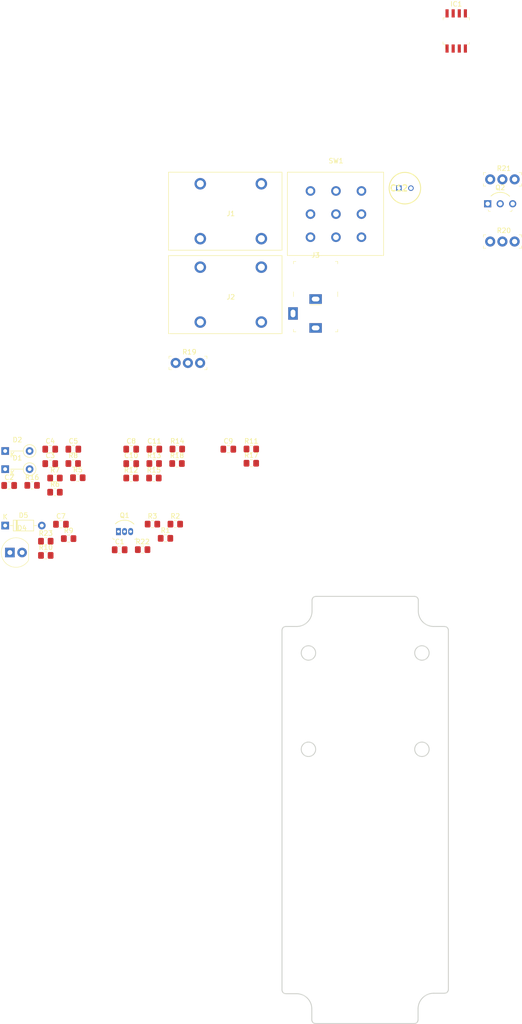
<source format=kicad_pcb>
(kicad_pcb (version 20171130) (host pcbnew 5.1.10)

  (general
    (thickness 1.6)
    (drawings 117)
    (tracks 0)
    (zones 0)
    (modules 44)
    (nets 30)
  )

  (page A4)
  (layers
    (0 F.Cu signal)
    (31 B.Cu signal)
    (32 B.Adhes user)
    (33 F.Adhes user)
    (34 B.Paste user)
    (35 F.Paste user)
    (36 B.SilkS user)
    (37 F.SilkS user)
    (38 B.Mask user)
    (39 F.Mask user)
    (40 Dwgs.User user)
    (41 Cmts.User user)
    (42 Eco1.User user)
    (43 Eco2.User user)
    (44 Edge.Cuts user)
    (45 Margin user)
    (46 B.CrtYd user)
    (47 F.CrtYd user)
    (48 B.Fab user)
    (49 F.Fab user)
  )

  (setup
    (last_trace_width 0.25)
    (user_trace_width 0.5)
    (user_trace_width 0.75)
    (user_trace_width 1)
    (user_trace_width 1.25)
    (user_trace_width 1.5)
    (user_trace_width 1.75)
    (user_trace_width 2)
    (trace_clearance 0.2)
    (zone_clearance 0.508)
    (zone_45_only no)
    (trace_min 0.2)
    (via_size 0.8)
    (via_drill 0.4)
    (via_min_size 0.4)
    (via_min_drill 0.3)
    (uvia_size 0.3)
    (uvia_drill 0.1)
    (uvias_allowed no)
    (uvia_min_size 0.2)
    (uvia_min_drill 0.1)
    (edge_width 0.05)
    (segment_width 0.2)
    (pcb_text_width 0.3)
    (pcb_text_size 1.5 1.5)
    (mod_edge_width 0.12)
    (mod_text_size 1 1)
    (mod_text_width 0.15)
    (pad_size 1.524 1.524)
    (pad_drill 0.762)
    (pad_to_mask_clearance 0)
    (aux_axis_origin 0 0)
    (visible_elements FFFFFF7F)
    (pcbplotparams
      (layerselection 0x010fc_ffffffff)
      (usegerberextensions false)
      (usegerberattributes true)
      (usegerberadvancedattributes true)
      (creategerberjobfile true)
      (excludeedgelayer true)
      (linewidth 0.100000)
      (plotframeref false)
      (viasonmask false)
      (mode 1)
      (useauxorigin false)
      (hpglpennumber 1)
      (hpglpenspeed 20)
      (hpglpendiameter 15.000000)
      (psnegative false)
      (psa4output false)
      (plotreference true)
      (plotvalue true)
      (plotinvisibletext false)
      (padsonsilk false)
      (subtractmaskfromsilk false)
      (outputformat 1)
      (mirror false)
      (drillshape 1)
      (scaleselection 1)
      (outputdirectory ""))
  )

  (net 0 "")
  (net 1 /SIG_IN)
  (net 2 "Net-(C1-Pad1)")
  (net 3 "Net-(C2-Pad2)")
  (net 4 /drive/IN)
  (net 5 "Net-(C3-Pad2)")
  (net 6 "Net-(C3-Pad1)")
  (net 7 "Net-(C4-Pad2)")
  (net 8 0)
  (net 9 /tone/IN)
  (net 10 VCC)
  (net 11 "Net-(C8-Pad2)")
  (net 12 /volume/IN)
  (net 13 "Net-(C9-Pad1)")
  (net 14 "Net-(C10-Pad1)")
  (net 15 /EFFECT_OUT)
  (net 16 "Net-(C11-Pad1)")
  (net 17 +9V)
  (net 18 "Net-(IC1-Pad6)")
  (net 19 "Net-(Q1-Pad2)")
  (net 20 "Net-(Q2-Pad1)")
  (net 21 "Net-(C9-Pad2)")
  (net 22 "Net-(C10-Pad2)")
  (net 23 "Net-(R19-Pad3)")
  (net 24 "Net-(R18-Pad1)")
  (net 25 "Net-(D4-Pad2)")
  (net 26 "Net-(D4-Pad1)")
  (net 27 /PassThru)
  (net 28 /SIG_OUT)
  (net 29 "Net-(SW1-Pad3)")

  (net_class Default "This is the default net class."
    (clearance 0.2)
    (trace_width 0.25)
    (via_dia 0.8)
    (via_drill 0.4)
    (uvia_dia 0.3)
    (uvia_drill 0.1)
    (add_net +9V)
    (add_net /EFFECT_OUT)
    (add_net /PassThru)
    (add_net /SIG_IN)
    (add_net /SIG_OUT)
    (add_net /drive/IN)
    (add_net /tone/IN)
    (add_net /volume/IN)
    (add_net 0)
    (add_net "Net-(C1-Pad1)")
    (add_net "Net-(C10-Pad1)")
    (add_net "Net-(C10-Pad2)")
    (add_net "Net-(C11-Pad1)")
    (add_net "Net-(C2-Pad2)")
    (add_net "Net-(C3-Pad1)")
    (add_net "Net-(C3-Pad2)")
    (add_net "Net-(C4-Pad2)")
    (add_net "Net-(C8-Pad2)")
    (add_net "Net-(C9-Pad1)")
    (add_net "Net-(C9-Pad2)")
    (add_net "Net-(D4-Pad1)")
    (add_net "Net-(D4-Pad2)")
    (add_net "Net-(IC1-Pad6)")
    (add_net "Net-(Q1-Pad2)")
    (add_net "Net-(Q2-Pad1)")
    (add_net "Net-(R18-Pad1)")
    (add_net "Net-(R19-Pad1)")
    (add_net "Net-(R19-Pad3)")
    (add_net "Net-(SW1-Pad3)")
    (add_net VCC)
  )

  (module digikey-footprints:SOIC-8_W5.6mm (layer F.Cu) (tedit 5D28A58E) (tstamp 6148E7CB)
    (at 118.932201 -61.747599)
    (path /61064753)
    (attr smd)
    (fp_text reference IC1 (at 0 -5.58) (layer F.SilkS)
      (effects (font (size 1 1) (thickness 0.15)))
    )
    (fp_text value RC4558 (at 0 5.98) (layer F.Fab)
      (effects (font (size 1 1) (thickness 0.15)))
    )
    (fp_text user %R (at 0 0) (layer F.Fab)
      (effects (font (size 1 1) (thickness 0.15)))
    )
    (fp_line (start 2.88 4.75) (end -2.88 4.75) (layer F.CrtYd) (width 0.05))
    (fp_line (start -2.88 -4.75) (end -2.88 4.75) (layer F.CrtYd) (width 0.05))
    (fp_line (start 2.88 -4.75) (end 2.88 4.75) (layer F.CrtYd) (width 0.05))
    (fp_line (start 2.88 -4.75) (end -2.88 -4.75) (layer F.CrtYd) (width 0.05))
    (fp_line (start -2.75 2.25) (end -2.75 2.75) (layer F.SilkS) (width 0.1))
    (fp_line (start -2.75 2.75) (end -2.3 2.75) (layer F.SilkS) (width 0.1))
    (fp_line (start -2.3 2.75) (end -2.3 3.8) (layer F.SilkS) (width 0.1))
    (fp_line (start 2.75 2.725) (end 2.35 2.725) (layer F.SilkS) (width 0.1))
    (fp_line (start 2.75 2.725) (end 2.75 2.325) (layer F.SilkS) (width 0.1))
    (fp_line (start 2.75 -2.75) (end 2.75 -2.275) (layer F.SilkS) (width 0.1))
    (fp_line (start 2.75 -2.75) (end 2.325 -2.75) (layer F.SilkS) (width 0.1))
    (fp_line (start -2.725 -2.725) (end -2.725 -2.3) (layer F.SilkS) (width 0.1))
    (fp_line (start -2.725 -2.725) (end -2.325 -2.725) (layer F.SilkS) (width 0.1))
    (fp_line (start -2.63 -2.625) (end -2.63 2.625) (layer F.Fab) (width 0.1))
    (fp_line (start -2.63 2.625) (end 2.63 2.625) (layer F.Fab) (width 0.1))
    (fp_line (start 2.63 -2.625) (end 2.63 2.625) (layer F.Fab) (width 0.1))
    (fp_line (start -2.63 -2.625) (end 2.63 -2.625) (layer F.Fab) (width 0.1))
    (pad 8 smd rect (at -1.905 -3.65) (size 0.65 1.7) (layers F.Cu F.Paste F.Mask)
      (net 17 +9V))
    (pad 7 smd rect (at -0.635 -3.65) (size 0.65 1.7) (layers F.Cu F.Paste F.Mask)
      (net 12 /volume/IN))
    (pad 6 smd rect (at 0.635 -3.65) (size 0.65 1.7) (layers F.Cu F.Paste F.Mask)
      (net 18 "Net-(IC1-Pad6)"))
    (pad 5 smd rect (at 1.905 -3.65) (size 0.65 1.7) (layers F.Cu F.Paste F.Mask)
      (net 9 /tone/IN))
    (pad 4 smd rect (at 1.905 3.65) (size 0.65 1.7) (layers F.Cu F.Paste F.Mask)
      (net 8 0))
    (pad 3 smd rect (at 0.635 3.65) (size 0.65 1.7) (layers F.Cu F.Paste F.Mask)
      (net 3 "Net-(C2-Pad2)"))
    (pad 2 smd rect (at -0.635 3.65) (size 0.65 1.7) (layers F.Cu F.Paste F.Mask)
      (net 6 "Net-(C3-Pad1)"))
    (pad 1 smd rect (at -1.905 3.65) (size 0.65 1.7) (layers F.Cu F.Paste F.Mask)
      (net 7 "Net-(C4-Pad2)"))
  )

  (module screaming-panda:SW_PUSH_E-Switch_FS57003PLT_3PDT (layer F.Cu) (tedit 6017513B) (tstamp 6148E76D)
    (at 93.9252 -23.7234)
    (path /600517EE)
    (fp_text reference SW1 (at 0 -11.049) (layer F.SilkS)
      (effects (font (size 1 1) (thickness 0.15)))
    )
    (fp_text value FS57003PLT2B2M2QE (at 0.5 13) (layer F.Fab)
      (effects (font (size 1 1) (thickness 0.15)))
    )
    (fp_line (start 9.9 8.6) (end -10.1 8.6) (layer F.SilkS) (width 0.12))
    (fp_line (start 9.9 8.6) (end 9.9 -8.7) (layer F.SilkS) (width 0.12))
    (fp_line (start -10.1 -8.7) (end -10.1 8.6) (layer F.SilkS) (width 0.12))
    (fp_line (start 9.9 -8.7) (end -10.1 -8.7) (layer F.SilkS) (width 0.12))
    (pad 7 thru_hole circle (at 5.3 4.8) (size 2 2) (drill 1.2) (layers *.Cu *.Mask)
      (net 15 /EFFECT_OUT))
    (pad 9 thru_hole circle (at 5.3 -4.8) (size 2 2) (drill 1.2) (layers *.Cu *.Mask)
      (net 27 /PassThru))
    (pad 8 thru_hole circle (at 5.3 0) (size 2 2) (drill 1.2) (layers *.Cu *.Mask)
      (net 28 /SIG_OUT))
    (pad 1 thru_hole circle (at -5.3 4.8) (size 2 2) (drill 1.2) (layers *.Cu *.Mask)
      (net 27 /PassThru))
    (pad 3 thru_hole circle (at -5.3 -4.8) (size 2 2) (drill 1.2) (layers *.Cu *.Mask)
      (net 29 "Net-(SW1-Pad3)"))
    (pad 2 thru_hole circle (at -5.3 0) (size 2 2) (drill 1.2) (layers *.Cu *.Mask)
      (net 1 /SIG_IN))
    (pad 4 thru_hole circle (at 0 4.8006) (size 2 2) (drill 1.1938) (layers *.Cu *.Mask)
      (net 26 "Net-(D4-Pad1)"))
    (pad 5 thru_hole circle (at 0 0) (size 2 2) (drill 1.1938) (layers *.Cu *.Mask)
      (net 8 0))
    (pad 6 thru_hole circle (at 0 -4.8006) (size 2 2) (drill 1.2) (layers *.Cu *.Mask)
      (net 29 "Net-(SW1-Pad3)"))
    (model ${SCREAMING_PANDA}/mcad/step_imports/FS57003PLT2B2M2QE.step
      (at (xyz 0 0 0))
      (scale (xyz 1 1 1))
      (rotate (xyz 0 0 0))
    )
  )

  (module screaming-panda:75160-195-03LF (layer F.Cu) (tedit 612D8F91) (tstamp 6148E986)
    (at 126.0002 -30.9384)
    (path /6030769F/60197A22)
    (fp_text reference R21 (at 2.85 -2.28) (layer F.SilkS)
      (effects (font (size 1 1) (thickness 0.15)))
    )
    (fp_text value 20ka (at 2.71 2.7) (layer F.Fab)
      (effects (font (size 1 1) (thickness 0.15)))
    )
    (fp_line (start -1.52 1.52) (end 6.6 1.52) (layer F.CrtYd) (width 0.05))
    (fp_line (start 6.6 -1.52) (end 6.6 1.52) (layer F.CrtYd) (width 0.05))
    (fp_line (start -1.52 -1.52) (end -1.52 1.52) (layer F.CrtYd) (width 0.05))
    (fp_line (start -1.52 -1.52) (end 6.6 -1.52) (layer F.CrtYd) (width 0.05))
    (fp_line (start 6.5 1.4) (end 6.5 0.9) (layer F.SilkS) (width 0.1))
    (fp_line (start 6.5 1.4) (end 6 1.4) (layer F.SilkS) (width 0.1))
    (fp_line (start -1.4 1.4) (end -0.9 1.4) (layer F.SilkS) (width 0.1))
    (fp_line (start -1.4 1.4) (end -1.4 0.9) (layer F.SilkS) (width 0.1))
    (fp_line (start -1.4 -1.4) (end -1.4 -0.9) (layer F.SilkS) (width 0.1))
    (fp_line (start -1.4 -1.4) (end -0.9 -1.4) (layer F.SilkS) (width 0.1))
    (fp_line (start 6.5 -1.4) (end 6.5 -0.9) (layer F.SilkS) (width 0.1))
    (fp_line (start 6.5 -1.4) (end 6 -1.4) (layer F.SilkS) (width 0.1))
    (fp_line (start -1.27 1.27) (end 6.35 1.27) (layer F.Fab) (width 0.1))
    (fp_line (start -1.27 -1.27) (end -1.27 1.27) (layer F.Fab) (width 0.1))
    (fp_line (start 6.35 -1.27) (end 6.35 1.27) (layer F.Fab) (width 0.1))
    (fp_line (start -1.27 -1.27) (end 6.35 -1.27) (layer F.Fab) (width 0.1))
    (pad 3 thru_hole circle (at 5.08 0) (size 2.1 2.1) (drill 1.1) (layers *.Cu *.Mask)
      (net 10 VCC))
    (pad 2 thru_hole circle (at 2.54 0) (size 2.1 2.1) (drill 1.1) (layers *.Cu *.Mask)
      (net 22 "Net-(C10-Pad2)"))
    (pad 1 thru_hole circle (at 0 0) (size 2.1 2.1) (drill 1.1) (layers *.Cu *.Mask)
      (net 24 "Net-(R18-Pad1)"))
    (model ${SCREAMING_PANDA}/mcad/step_imports/75160-195-03LF.step
      (offset (xyz 2.5146 0 -3.048))
      (scale (xyz 1 1 1))
      (rotate (xyz 0 0 0))
    )
  )

  (module screaming-panda:75160-195-03LF (layer F.Cu) (tedit 612D8F91) (tstamp 6148EF5C)
    (at 126.0002 -18.0284)
    (path /60307048/6018247E)
    (fp_text reference R20 (at 2.85 -2.28) (layer F.SilkS)
      (effects (font (size 1 1) (thickness 0.15)))
    )
    (fp_text value 20kb (at 2.71 2.7) (layer F.Fab)
      (effects (font (size 1 1) (thickness 0.15)))
    )
    (fp_line (start -1.52 1.52) (end 6.6 1.52) (layer F.CrtYd) (width 0.05))
    (fp_line (start 6.6 -1.52) (end 6.6 1.52) (layer F.CrtYd) (width 0.05))
    (fp_line (start -1.52 -1.52) (end -1.52 1.52) (layer F.CrtYd) (width 0.05))
    (fp_line (start -1.52 -1.52) (end 6.6 -1.52) (layer F.CrtYd) (width 0.05))
    (fp_line (start 6.5 1.4) (end 6.5 0.9) (layer F.SilkS) (width 0.1))
    (fp_line (start 6.5 1.4) (end 6 1.4) (layer F.SilkS) (width 0.1))
    (fp_line (start -1.4 1.4) (end -0.9 1.4) (layer F.SilkS) (width 0.1))
    (fp_line (start -1.4 1.4) (end -1.4 0.9) (layer F.SilkS) (width 0.1))
    (fp_line (start -1.4 -1.4) (end -1.4 -0.9) (layer F.SilkS) (width 0.1))
    (fp_line (start -1.4 -1.4) (end -0.9 -1.4) (layer F.SilkS) (width 0.1))
    (fp_line (start 6.5 -1.4) (end 6.5 -0.9) (layer F.SilkS) (width 0.1))
    (fp_line (start 6.5 -1.4) (end 6 -1.4) (layer F.SilkS) (width 0.1))
    (fp_line (start -1.27 1.27) (end 6.35 1.27) (layer F.Fab) (width 0.1))
    (fp_line (start -1.27 -1.27) (end -1.27 1.27) (layer F.Fab) (width 0.1))
    (fp_line (start 6.35 -1.27) (end 6.35 1.27) (layer F.Fab) (width 0.1))
    (fp_line (start -1.27 -1.27) (end 6.35 -1.27) (layer F.Fab) (width 0.1))
    (pad 3 thru_hole circle (at 5.08 0) (size 2.1 2.1) (drill 1.1) (layers *.Cu *.Mask)
      (net 18 "Net-(IC1-Pad6)"))
    (pad 2 thru_hole circle (at 2.54 0) (size 2.1 2.1) (drill 1.1) (layers *.Cu *.Mask)
      (net 21 "Net-(C9-Pad2)"))
    (pad 1 thru_hole circle (at 0 0) (size 2.1 2.1) (drill 1.1) (layers *.Cu *.Mask)
      (net 9 /tone/IN))
    (model ${SCREAMING_PANDA}/mcad/step_imports/75160-195-03LF.step
      (offset (xyz 2.5146 0 -3.048))
      (scale (xyz 1 1 1))
      (rotate (xyz 0 0 0))
    )
  )

  (module screaming-panda:75160-195-03LF (layer F.Cu) (tedit 612D8F91) (tstamp 6148E81B)
    (at 60.5902 7.1816)
    (path /603069E8/60191FAC)
    (fp_text reference R19 (at 2.85 -2.28) (layer F.SilkS)
      (effects (font (size 1 1) (thickness 0.15)))
    )
    (fp_text value 500ka (at 2.71 2.7) (layer F.Fab)
      (effects (font (size 1 1) (thickness 0.15)))
    )
    (fp_line (start -1.52 1.52) (end 6.6 1.52) (layer F.CrtYd) (width 0.05))
    (fp_line (start 6.6 -1.52) (end 6.6 1.52) (layer F.CrtYd) (width 0.05))
    (fp_line (start -1.52 -1.52) (end -1.52 1.52) (layer F.CrtYd) (width 0.05))
    (fp_line (start -1.52 -1.52) (end 6.6 -1.52) (layer F.CrtYd) (width 0.05))
    (fp_line (start 6.5 1.4) (end 6.5 0.9) (layer F.SilkS) (width 0.1))
    (fp_line (start 6.5 1.4) (end 6 1.4) (layer F.SilkS) (width 0.1))
    (fp_line (start -1.4 1.4) (end -0.9 1.4) (layer F.SilkS) (width 0.1))
    (fp_line (start -1.4 1.4) (end -1.4 0.9) (layer F.SilkS) (width 0.1))
    (fp_line (start -1.4 -1.4) (end -1.4 -0.9) (layer F.SilkS) (width 0.1))
    (fp_line (start -1.4 -1.4) (end -0.9 -1.4) (layer F.SilkS) (width 0.1))
    (fp_line (start 6.5 -1.4) (end 6.5 -0.9) (layer F.SilkS) (width 0.1))
    (fp_line (start 6.5 -1.4) (end 6 -1.4) (layer F.SilkS) (width 0.1))
    (fp_line (start -1.27 1.27) (end 6.35 1.27) (layer F.Fab) (width 0.1))
    (fp_line (start -1.27 -1.27) (end -1.27 1.27) (layer F.Fab) (width 0.1))
    (fp_line (start 6.35 -1.27) (end 6.35 1.27) (layer F.Fab) (width 0.1))
    (fp_line (start -1.27 -1.27) (end 6.35 -1.27) (layer F.Fab) (width 0.1))
    (pad 3 thru_hole circle (at 5.08 0) (size 2.1 2.1) (drill 1.1) (layers *.Cu *.Mask)
      (net 23 "Net-(R19-Pad3)"))
    (pad 2 thru_hole circle (at 2.54 0) (size 2.1 2.1) (drill 1.1) (layers *.Cu *.Mask)
      (net 7 "Net-(C4-Pad2)"))
    (pad 1 thru_hole circle (at 0 0) (size 2.1 2.1) (drill 1.1) (layers *.Cu *.Mask))
    (model ${SCREAMING_PANDA}/mcad/step_imports/75160-195-03LF.step
      (offset (xyz 2.5146 0 -3.048))
      (scale (xyz 1 1 1))
      (rotate (xyz 0 0 0))
    )
  )

  (module screaming-panda:TO-92-3_Formed_Leads (layer F.Cu) (tedit 612D9326) (tstamp 6148E8A7)
    (at 125.4802 -25.8684)
    (descr http://www.ti.com/lit/ds/symlink/tl431a.pdf)
    (path /6030769F/60332485)
    (fp_text reference Q2 (at 2.6 -3.35) (layer F.SilkS)
      (effects (font (size 1 1) (thickness 0.15)))
    )
    (fp_text value 2N4424 (at 2.6 2.5) (layer F.Fab)
      (effects (font (size 1 1) (thickness 0.15)))
    )
    (fp_text user %R (at 2.6 -1.25 180) (layer F.Fab)
      (effects (font (size 0.75 0.75) (thickness 0.15)))
    )
    (fp_arc (start 2.6 0.3) (end 2.6 -2.3) (angle 90) (layer F.Fab) (width 0.15))
    (fp_arc (start 2.6 0.3) (end 0 0.3) (angle 90) (layer F.Fab) (width 0.15))
    (fp_arc (start 2.6 0.3) (end 3.8 -2) (angle 90) (layer F.Fab) (width 0.15))
    (fp_arc (start 2.6 0.3) (end 0.3 1.5) (angle 90) (layer F.Fab) (width 0.15))
    (fp_arc (start 2.6 0.35) (end 0.7 -1.6) (angle 90) (layer F.SilkS) (width 0.15))
    (fp_line (start 0.25 1.6) (end 0.1 1.3) (layer F.SilkS) (width 0.1))
    (fp_line (start 0.55 1.6) (end 0.25 1.6) (layer F.SilkS) (width 0.1))
    (fp_line (start 4.95 1.6) (end 4.65 1.6) (layer F.SilkS) (width 0.1))
    (fp_line (start 4.95 1.6) (end 5.1 1.3) (layer F.SilkS) (width 0.1))
    (fp_line (start 6.2 1.75) (end 6.2 -2.5) (layer F.CrtYd) (width 0.05))
    (fp_line (start -1 1.75) (end -1 -2.5) (layer F.CrtYd) (width 0.05))
    (fp_line (start -1 1.7) (end 6.2 1.7) (layer F.CrtYd) (width 0.05))
    (fp_line (start -1 -2.5) (end 6.2 -2.5) (layer F.CrtYd) (width 0.05))
    (fp_line (start 4.9 1.5) (end 0.3 1.5) (layer F.Fab) (width 0.15))
    (pad 1 thru_hole rect (at 0 0 180) (size 1.5 1.5) (drill 0.9) (layers *.Cu *.Mask)
      (net 20 "Net-(Q2-Pad1)"))
    (pad 3 thru_hole circle (at 5.2 0 180) (size 1.5 1.5) (drill 0.9) (layers *.Cu *.Mask)
      (net 17 +9V))
    (pad 2 thru_hole circle (at 2.6 0 180) (size 1.5 1.5) (drill 0.9) (layers *.Cu *.Mask)
      (net 14 "Net-(C10-Pad1)"))
    (model ${SCREAMING_PANDA}/mcad/step_imports/TO-92-3L_5P33X5P2_ONS.step
      (offset (xyz 0 0 0.2032))
      (scale (xyz 1 1 1))
      (rotate (xyz 0 0 0))
    )
  )

  (module screaming-panda:Barrel_Jack_5.5mmODx2.1mmID_PJ-102A (layer F.Cu) (tedit 601750EF) (tstamp 6148E860)
    (at 89.6902 -3.0884)
    (path /6004D058)
    (fp_text reference J3 (at 0 -12.1) (layer F.SilkS)
      (effects (font (size 1 1) (thickness 0.15)))
    )
    (fp_text value PJ-102A (at 0 5.8) (layer F.Fab)
      (effects (font (size 1 1) (thickness 0.15)))
    )
    (fp_line (start -4.5 3.7) (end 4.5 3.7) (layer F.Fab) (width 0.1))
    (fp_line (start -4.5 3.7) (end -4.5 -10.7) (layer F.Fab) (width 0.1))
    (fp_line (start 4.5 3.7) (end 4.5 -10.7) (layer F.Fab) (width 0.1))
    (fp_line (start -4.5 -10.7) (end 4.5 -10.7) (layer F.Fab) (width 0.1))
    (fp_line (start 4.6 3.8) (end 4.1 3.8) (layer F.SilkS) (width 0.1))
    (fp_line (start 4.6 3.8) (end 4.6 3.3) (layer F.SilkS) (width 0.1))
    (fp_line (start -4.6 3.8) (end -4.1 3.8) (layer F.SilkS) (width 0.1))
    (fp_line (start -4.6 3.8) (end -4.6 3.3) (layer F.SilkS) (width 0.1))
    (fp_line (start -1.2 -1.8) (end 1.2 -1.8) (layer F.SilkS) (width 0.1))
    (fp_line (start -4.6 -10.8) (end -4.6 -10.3) (layer F.SilkS) (width 0.1))
    (fp_line (start -4.6 -10.8) (end -4.1 -10.8) (layer F.SilkS) (width 0.1))
    (fp_line (start 4.6 -10.8) (end 4.1 -10.8) (layer F.SilkS) (width 0.1))
    (fp_line (start 4.6 -10.8) (end 4.6 -10.3) (layer F.SilkS) (width 0.1))
    (fp_line (start -4.6 -3.5) (end -4.6 -4.5) (layer F.SilkS) (width 0.1))
    (fp_line (start 4.6 -3.5) (end 4.6 -4.5) (layer F.SilkS) (width 0.1))
    (fp_line (start -5.9 -10.95) (end 4.8 -10.95) (layer F.CrtYd) (width 0.05))
    (fp_line (start -5.9 -10.95) (end -5.9 4.25) (layer F.CrtYd) (width 0.05))
    (fp_line (start 4.8 -10.95) (end 4.8 4.25) (layer F.CrtYd) (width 0.05))
    (fp_line (start -5.9 4.25) (end 4.8 4.25) (layer F.CrtYd) (width 0.05))
    (pad 2 thru_hole rect (at 0 -3) (size 2.6 2) (drill oval 1.6 1) (layers *.Cu *.Mask)
      (net 17 +9V))
    (pad 1 thru_hole rect (at 0 3) (size 2.6 2) (drill oval 1.6 1) (layers *.Cu *.Mask)
      (net 8 0))
    (pad 3 thru_hole rect (at -4.7 0) (size 2 2.6) (drill oval 1 1.6) (layers *.Cu *.Mask)
      (net 8 0))
    (model ${SCREAMING_PANDA}/mcad/step_imports/CUI_DEVICES_PJ-102A.step
      (offset (xyz -0.15 10.75 6))
      (scale (xyz 1 1 1))
      (rotate (xyz -90 0 -90))
    )
  )

  (module screaming-panda:ACJM-HHDR (layer F.Cu) (tedit 612D8470) (tstamp 6148E798)
    (at 72.0552 -7.0034)
    (path /6012A732)
    (fp_text reference J2 (at 0 0.5) (layer F.SilkS)
      (effects (font (size 1 1) (thickness 0.15)))
    )
    (fp_text value ACJM-HHDR (at 0 -0.5) (layer F.Fab)
      (effects (font (size 1 1) (thickness 0.15)))
    )
    (fp_line (start 10.65 -8.1) (end 10.65 8.1) (layer F.SilkS) (width 0.12))
    (fp_line (start 10.65 8.1) (end -12.95 8.1) (layer F.SilkS) (width 0.12))
    (fp_line (start -12.95 8.1) (end -12.95 -8.1) (layer F.SilkS) (width 0.12))
    (fp_line (start -12.95 -8.1) (end 10.65 -8.1) (layer F.SilkS) (width 0.12))
    (pad T thru_hole circle (at -6.35 -5.7) (size 2.4 2.4) (drill 1.45) (layers *.Cu *.Mask)
      (net 28 /SIG_OUT))
    (pad S thru_hole circle (at 6.35 -5.7) (size 2.4 2.4) (drill 1.45) (layers *.Cu *.Mask)
      (net 8 0))
    (pad TN thru_hole circle (at -6.35 5.7) (size 2.4 2.4) (drill 1.45) (layers *.Cu *.Mask)
      (net 8 0))
    (pad SN thru_hole circle (at 6.35 5.7) (size 2.4 2.4) (drill 1.45) (layers *.Cu *.Mask)
      (net 8 0))
    (model ${SCREAMING_PANDA}/mcad/step_imports/ACJM-HHDR.step
      (offset (xyz 2.49936 0 6.44144))
      (scale (xyz 1 1 1))
      (rotate (xyz 0 0 -90))
    )
  )

  (module screaming-panda:ACJM-HHDR (layer F.Cu) (tedit 612D8470) (tstamp 6148EFF9)
    (at 72.0552 -24.3234)
    (path /6011C92D)
    (fp_text reference J1 (at 0 0.5) (layer F.SilkS)
      (effects (font (size 1 1) (thickness 0.15)))
    )
    (fp_text value ACJM-HHDR (at 0 -0.5) (layer F.Fab)
      (effects (font (size 1 1) (thickness 0.15)))
    )
    (fp_line (start 10.65 -8.1) (end 10.65 8.1) (layer F.SilkS) (width 0.12))
    (fp_line (start 10.65 8.1) (end -12.95 8.1) (layer F.SilkS) (width 0.12))
    (fp_line (start -12.95 8.1) (end -12.95 -8.1) (layer F.SilkS) (width 0.12))
    (fp_line (start -12.95 -8.1) (end 10.65 -8.1) (layer F.SilkS) (width 0.12))
    (pad T thru_hole circle (at -6.35 -5.7) (size 2.4 2.4) (drill 1.45) (layers *.Cu *.Mask)
      (net 27 /PassThru))
    (pad S thru_hole circle (at 6.35 -5.7) (size 2.4 2.4) (drill 1.45) (layers *.Cu *.Mask)
      (net 8 0))
    (pad TN thru_hole circle (at -6.35 5.7) (size 2.4 2.4) (drill 1.45) (layers *.Cu *.Mask)
      (net 8 0))
    (pad SN thru_hole circle (at 6.35 5.7) (size 2.4 2.4) (drill 1.45) (layers *.Cu *.Mask)
      (net 8 0))
    (model ${SCREAMING_PANDA}/mcad/step_imports/ACJM-HHDR.step
      (offset (xyz 2.49936 0 6.44144))
      (scale (xyz 1 1 1))
      (rotate (xyz 0 0 -90))
    )
  )

  (module screaming-panda:CAPPRD250W55D655H1220 (layer F.Cu) (tedit 612D8C70) (tstamp 6148EC39)
    (at 107.0102 -29.1084)
    (descr "CASE CODE 6.3X11.2_a")
    (tags "Capacitor Polarised")
    (path /6013C2A9)
    (fp_text reference C12 (at 0 0) (layer F.SilkS)
      (effects (font (size 1.27 1.27) (thickness 0.254)))
    )
    (fp_text value 100u (at 0 0) (layer F.SilkS) hide
      (effects (font (size 1.27 1.27) (thickness 0.254)))
    )
    (fp_text user %R (at 0 0) (layer F.Fab)
      (effects (font (size 1.27 1.27) (thickness 0.254)))
    )
    (fp_circle (center 1.25 0) (end 1.25 3.275) (layer F.SilkS) (width 0.2))
    (fp_circle (center 1.25 0) (end 1.25 3.275) (layer F.Fab) (width 0.1))
    (pad 2 thru_hole circle (at 2.5 0) (size 1.15 1.15) (drill 0.75) (layers *.Cu *.Mask)
      (net 8 0))
    (pad 1 thru_hole rect (at 0 0) (size 1.15 1.15) (drill 0.75) (layers *.Cu *.Mask)
      (net 17 +9V))
    (model ${SCREAMING_PANDA}/mcad/step_imports/ECA-1VM101.stp
      (at (xyz 0 0 0))
      (scale (xyz 1 1 1))
      (rotate (xyz 0 0 0))
    )
  )

  (module Resistor_SMD:R_0805_2012Metric_Pad1.20x1.40mm_HandSolder (layer F.Cu) (tedit 5F68FEEE) (tstamp 6148E9F2)
    (at 33.578801 44.194201)
    (descr "Resistor SMD 0805 (2012 Metric), square (rectangular) end terminal, IPC_7351 nominal with elongated pad for handsoldering. (Body size source: IPC-SM-782 page 72, https://www.pcb-3d.com/wordpress/wp-content/uploads/ipc-sm-782a_amendment_1_and_2.pdf), generated with kicad-footprint-generator")
    (tags "resistor handsolder")
    (path /60060421)
    (attr smd)
    (fp_text reference R23 (at 0 -1.65) (layer F.SilkS)
      (effects (font (size 1 1) (thickness 0.15)))
    )
    (fp_text value 1k (at 0 1.65) (layer F.Fab)
      (effects (font (size 1 1) (thickness 0.15)))
    )
    (fp_text user %R (at 0 0) (layer F.Fab)
      (effects (font (size 0.5 0.5) (thickness 0.08)))
    )
    (fp_line (start -1 0.625) (end -1 -0.625) (layer F.Fab) (width 0.1))
    (fp_line (start -1 -0.625) (end 1 -0.625) (layer F.Fab) (width 0.1))
    (fp_line (start 1 -0.625) (end 1 0.625) (layer F.Fab) (width 0.1))
    (fp_line (start 1 0.625) (end -1 0.625) (layer F.Fab) (width 0.1))
    (fp_line (start -0.227064 -0.735) (end 0.227064 -0.735) (layer F.SilkS) (width 0.12))
    (fp_line (start -0.227064 0.735) (end 0.227064 0.735) (layer F.SilkS) (width 0.12))
    (fp_line (start -1.85 0.95) (end -1.85 -0.95) (layer F.CrtYd) (width 0.05))
    (fp_line (start -1.85 -0.95) (end 1.85 -0.95) (layer F.CrtYd) (width 0.05))
    (fp_line (start 1.85 -0.95) (end 1.85 0.95) (layer F.CrtYd) (width 0.05))
    (fp_line (start 1.85 0.95) (end -1.85 0.95) (layer F.CrtYd) (width 0.05))
    (pad 2 smd roundrect (at 1 0) (size 1.2 1.4) (layers F.Cu F.Paste F.Mask) (roundrect_rratio 0.208333)
      (net 25 "Net-(D4-Pad2)"))
    (pad 1 smd roundrect (at -1 0) (size 1.2 1.4) (layers F.Cu F.Paste F.Mask) (roundrect_rratio 0.208333)
      (net 17 +9V))
    (model ${KISYS3DMOD}/Resistor_SMD.3dshapes/R_0805_2012Metric.wrl
      (at (xyz 0 0 0))
      (scale (xyz 1 1 1))
      (rotate (xyz 0 0 0))
    )
  )

  (module Resistor_SMD:R_0805_2012Metric_Pad1.20x1.40mm_HandSolder (layer F.Cu) (tedit 5F68FEEE) (tstamp 6148EB45)
    (at 53.718801 45.944201)
    (descr "Resistor SMD 0805 (2012 Metric), square (rectangular) end terminal, IPC_7351 nominal with elongated pad for handsoldering. (Body size source: IPC-SM-782 page 72, https://www.pcb-3d.com/wordpress/wp-content/uploads/ipc-sm-782a_amendment_1_and_2.pdf), generated with kicad-footprint-generator")
    (tags "resistor handsolder")
    (path /60306390/6030F08B)
    (attr smd)
    (fp_text reference R22 (at 0 -1.65) (layer F.SilkS)
      (effects (font (size 1 1) (thickness 0.15)))
    )
    (fp_text value 1M5 (at 0 1.65) (layer F.Fab)
      (effects (font (size 1 1) (thickness 0.15)))
    )
    (fp_text user %R (at 0 0) (layer F.Fab)
      (effects (font (size 0.5 0.5) (thickness 0.08)))
    )
    (fp_line (start -1 0.625) (end -1 -0.625) (layer F.Fab) (width 0.1))
    (fp_line (start -1 -0.625) (end 1 -0.625) (layer F.Fab) (width 0.1))
    (fp_line (start 1 -0.625) (end 1 0.625) (layer F.Fab) (width 0.1))
    (fp_line (start 1 0.625) (end -1 0.625) (layer F.Fab) (width 0.1))
    (fp_line (start -0.227064 -0.735) (end 0.227064 -0.735) (layer F.SilkS) (width 0.12))
    (fp_line (start -0.227064 0.735) (end 0.227064 0.735) (layer F.SilkS) (width 0.12))
    (fp_line (start -1.85 0.95) (end -1.85 -0.95) (layer F.CrtYd) (width 0.05))
    (fp_line (start -1.85 -0.95) (end 1.85 -0.95) (layer F.CrtYd) (width 0.05))
    (fp_line (start 1.85 -0.95) (end 1.85 0.95) (layer F.CrtYd) (width 0.05))
    (fp_line (start 1.85 0.95) (end -1.85 0.95) (layer F.CrtYd) (width 0.05))
    (pad 2 smd roundrect (at 1 0) (size 1.2 1.4) (layers F.Cu F.Paste F.Mask) (roundrect_rratio 0.208333)
      (net 8 0))
    (pad 1 smd roundrect (at -1 0) (size 1.2 1.4) (layers F.Cu F.Paste F.Mask) (roundrect_rratio 0.208333)
      (net 1 /SIG_IN))
    (model ${KISYS3DMOD}/Resistor_SMD.3dshapes/R_0805_2012Metric.wrl
      (at (xyz 0 0 0))
      (scale (xyz 1 1 1))
      (rotate (xyz 0 0 0))
    )
  )

  (module Resistor_SMD:R_0805_2012Metric_Pad1.20x1.40mm_HandSolder (layer F.Cu) (tedit 5F68FEEE) (tstamp 6148EA5B)
    (at 60.868801 28.064201)
    (descr "Resistor SMD 0805 (2012 Metric), square (rectangular) end terminal, IPC_7351 nominal with elongated pad for handsoldering. (Body size source: IPC-SM-782 page 72, https://www.pcb-3d.com/wordpress/wp-content/uploads/ipc-sm-782a_amendment_1_and_2.pdf), generated with kicad-footprint-generator")
    (tags "resistor handsolder")
    (path /6030769F/60332464)
    (attr smd)
    (fp_text reference R18 (at 0 -1.65) (layer F.SilkS)
      (effects (font (size 1 1) (thickness 0.15)))
    )
    (fp_text value 1k (at 0 1.65) (layer F.Fab)
      (effects (font (size 1 1) (thickness 0.15)))
    )
    (fp_text user %R (at 0 0) (layer F.Fab)
      (effects (font (size 0.5 0.5) (thickness 0.08)))
    )
    (fp_line (start -1 0.625) (end -1 -0.625) (layer F.Fab) (width 0.1))
    (fp_line (start -1 -0.625) (end 1 -0.625) (layer F.Fab) (width 0.1))
    (fp_line (start 1 -0.625) (end 1 0.625) (layer F.Fab) (width 0.1))
    (fp_line (start 1 0.625) (end -1 0.625) (layer F.Fab) (width 0.1))
    (fp_line (start -0.227064 -0.735) (end 0.227064 -0.735) (layer F.SilkS) (width 0.12))
    (fp_line (start -0.227064 0.735) (end 0.227064 0.735) (layer F.SilkS) (width 0.12))
    (fp_line (start -1.85 0.95) (end -1.85 -0.95) (layer F.CrtYd) (width 0.05))
    (fp_line (start -1.85 -0.95) (end 1.85 -0.95) (layer F.CrtYd) (width 0.05))
    (fp_line (start 1.85 -0.95) (end 1.85 0.95) (layer F.CrtYd) (width 0.05))
    (fp_line (start 1.85 0.95) (end -1.85 0.95) (layer F.CrtYd) (width 0.05))
    (pad 2 smd roundrect (at 1 0) (size 1.2 1.4) (layers F.Cu F.Paste F.Mask) (roundrect_rratio 0.208333)
      (net 11 "Net-(C8-Pad2)"))
    (pad 1 smd roundrect (at -1 0) (size 1.2 1.4) (layers F.Cu F.Paste F.Mask) (roundrect_rratio 0.208333)
      (net 24 "Net-(R18-Pad1)"))
    (model ${KISYS3DMOD}/Resistor_SMD.3dshapes/R_0805_2012Metric.wrl
      (at (xyz 0 0 0))
      (scale (xyz 1 1 1))
      (rotate (xyz 0 0 0))
    )
  )

  (module Resistor_SMD:R_0805_2012Metric_Pad1.20x1.40mm_HandSolder (layer F.Cu) (tedit 5F68FEEE) (tstamp 6148ED6D)
    (at 76.318801 28.004201)
    (descr "Resistor SMD 0805 (2012 Metric), square (rectangular) end terminal, IPC_7351 nominal with elongated pad for handsoldering. (Body size source: IPC-SM-782 page 72, https://www.pcb-3d.com/wordpress/wp-content/uploads/ipc-sm-782a_amendment_1_and_2.pdf), generated with kicad-footprint-generator")
    (tags "resistor handsolder")
    (path /60307048/6027E362)
    (attr smd)
    (fp_text reference R17 (at 0 -1.65) (layer F.SilkS)
      (effects (font (size 1 1) (thickness 0.15)))
    )
    (fp_text value 1k (at 0 1.65) (layer F.Fab)
      (effects (font (size 1 1) (thickness 0.15)))
    )
    (fp_text user %R (at 0 0) (layer F.Fab)
      (effects (font (size 0.5 0.5) (thickness 0.08)))
    )
    (fp_line (start -1 0.625) (end -1 -0.625) (layer F.Fab) (width 0.1))
    (fp_line (start -1 -0.625) (end 1 -0.625) (layer F.Fab) (width 0.1))
    (fp_line (start 1 -0.625) (end 1 0.625) (layer F.Fab) (width 0.1))
    (fp_line (start 1 0.625) (end -1 0.625) (layer F.Fab) (width 0.1))
    (fp_line (start -0.227064 -0.735) (end 0.227064 -0.735) (layer F.SilkS) (width 0.12))
    (fp_line (start -0.227064 0.735) (end 0.227064 0.735) (layer F.SilkS) (width 0.12))
    (fp_line (start -1.85 0.95) (end -1.85 -0.95) (layer F.CrtYd) (width 0.05))
    (fp_line (start -1.85 -0.95) (end 1.85 -0.95) (layer F.CrtYd) (width 0.05))
    (fp_line (start 1.85 -0.95) (end 1.85 0.95) (layer F.CrtYd) (width 0.05))
    (fp_line (start 1.85 0.95) (end -1.85 0.95) (layer F.CrtYd) (width 0.05))
    (pad 2 smd roundrect (at 1 0) (size 1.2 1.4) (layers F.Cu F.Paste F.Mask) (roundrect_rratio 0.208333)
      (net 18 "Net-(IC1-Pad6)"))
    (pad 1 smd roundrect (at -1 0) (size 1.2 1.4) (layers F.Cu F.Paste F.Mask) (roundrect_rratio 0.208333)
      (net 12 /volume/IN))
    (model ${KISYS3DMOD}/Resistor_SMD.3dshapes/R_0805_2012Metric.wrl
      (at (xyz 0 0 0))
      (scale (xyz 1 1 1))
      (rotate (xyz 0 0 0))
    )
  )

  (module Resistor_SMD:R_0805_2012Metric_Pad1.20x1.40mm_HandSolder (layer F.Cu) (tedit 5F68FEEE) (tstamp 6148EA2B)
    (at 30.738801 32.594201)
    (descr "Resistor SMD 0805 (2012 Metric), square (rectangular) end terminal, IPC_7351 nominal with elongated pad for handsoldering. (Body size source: IPC-SM-782 page 72, https://www.pcb-3d.com/wordpress/wp-content/uploads/ipc-sm-782a_amendment_1_and_2.pdf), generated with kicad-footprint-generator")
    (tags "resistor handsolder")
    (path /603069E8/60325749)
    (attr smd)
    (fp_text reference R16 (at 0 -1.65) (layer F.SilkS)
      (effects (font (size 1 1) (thickness 0.15)))
    )
    (fp_text value 10k (at 0 1.65) (layer F.Fab)
      (effects (font (size 1 1) (thickness 0.15)))
    )
    (fp_text user %R (at 0 0) (layer F.Fab)
      (effects (font (size 0.5 0.5) (thickness 0.08)))
    )
    (fp_line (start -1 0.625) (end -1 -0.625) (layer F.Fab) (width 0.1))
    (fp_line (start -1 -0.625) (end 1 -0.625) (layer F.Fab) (width 0.1))
    (fp_line (start 1 -0.625) (end 1 0.625) (layer F.Fab) (width 0.1))
    (fp_line (start 1 0.625) (end -1 0.625) (layer F.Fab) (width 0.1))
    (fp_line (start -0.227064 -0.735) (end 0.227064 -0.735) (layer F.SilkS) (width 0.12))
    (fp_line (start -0.227064 0.735) (end 0.227064 0.735) (layer F.SilkS) (width 0.12))
    (fp_line (start -1.85 0.95) (end -1.85 -0.95) (layer F.CrtYd) (width 0.05))
    (fp_line (start -1.85 -0.95) (end 1.85 -0.95) (layer F.CrtYd) (width 0.05))
    (fp_line (start 1.85 -0.95) (end 1.85 0.95) (layer F.CrtYd) (width 0.05))
    (fp_line (start 1.85 0.95) (end -1.85 0.95) (layer F.CrtYd) (width 0.05))
    (pad 2 smd roundrect (at 1 0) (size 1.2 1.4) (layers F.Cu F.Paste F.Mask) (roundrect_rratio 0.208333)
      (net 9 /tone/IN))
    (pad 1 smd roundrect (at -1 0) (size 1.2 1.4) (layers F.Cu F.Paste F.Mask) (roundrect_rratio 0.208333)
      (net 10 VCC))
    (model ${KISYS3DMOD}/Resistor_SMD.3dshapes/R_0805_2012Metric.wrl
      (at (xyz 0 0 0))
      (scale (xyz 1 1 1))
      (rotate (xyz 0 0 0))
    )
  )

  (module Resistor_SMD:R_0805_2012Metric_Pad1.20x1.40mm_HandSolder (layer F.Cu) (tedit 5F68FEEE) (tstamp 6148EAEE)
    (at 56.058801 31.074201)
    (descr "Resistor SMD 0805 (2012 Metric), square (rectangular) end terminal, IPC_7351 nominal with elongated pad for handsoldering. (Body size source: IPC-SM-782 page 72, https://www.pcb-3d.com/wordpress/wp-content/uploads/ipc-sm-782a_amendment_1_and_2.pdf), generated with kicad-footprint-generator")
    (tags "resistor handsolder")
    (path /6030769F/603324BA)
    (attr smd)
    (fp_text reference R15 (at 0 -1.65) (layer F.SilkS)
      (effects (font (size 1 1) (thickness 0.15)))
    )
    (fp_text value 100 (at 0 1.65) (layer F.Fab)
      (effects (font (size 1 1) (thickness 0.15)))
    )
    (fp_text user %R (at 0 0) (layer F.Fab)
      (effects (font (size 0.5 0.5) (thickness 0.08)))
    )
    (fp_line (start -1 0.625) (end -1 -0.625) (layer F.Fab) (width 0.1))
    (fp_line (start -1 -0.625) (end 1 -0.625) (layer F.Fab) (width 0.1))
    (fp_line (start 1 -0.625) (end 1 0.625) (layer F.Fab) (width 0.1))
    (fp_line (start 1 0.625) (end -1 0.625) (layer F.Fab) (width 0.1))
    (fp_line (start -0.227064 -0.735) (end 0.227064 -0.735) (layer F.SilkS) (width 0.12))
    (fp_line (start -0.227064 0.735) (end 0.227064 0.735) (layer F.SilkS) (width 0.12))
    (fp_line (start -1.85 0.95) (end -1.85 -0.95) (layer F.CrtYd) (width 0.05))
    (fp_line (start -1.85 -0.95) (end 1.85 -0.95) (layer F.CrtYd) (width 0.05))
    (fp_line (start 1.85 -0.95) (end 1.85 0.95) (layer F.CrtYd) (width 0.05))
    (fp_line (start 1.85 0.95) (end -1.85 0.95) (layer F.CrtYd) (width 0.05))
    (pad 2 smd roundrect (at 1 0) (size 1.2 1.4) (layers F.Cu F.Paste F.Mask) (roundrect_rratio 0.208333)
      (net 20 "Net-(Q2-Pad1)"))
    (pad 1 smd roundrect (at -1 0) (size 1.2 1.4) (layers F.Cu F.Paste F.Mask) (roundrect_rratio 0.208333)
      (net 16 "Net-(C11-Pad1)"))
    (model ${KISYS3DMOD}/Resistor_SMD.3dshapes/R_0805_2012Metric.wrl
      (at (xyz 0 0 0))
      (scale (xyz 1 1 1))
      (rotate (xyz 0 0 0))
    )
  )

  (module Resistor_SMD:R_0805_2012Metric_Pad1.20x1.40mm_HandSolder (layer F.Cu) (tedit 5F68FEEE) (tstamp 6148EB75)
    (at 60.928801 25.054201)
    (descr "Resistor SMD 0805 (2012 Metric), square (rectangular) end terminal, IPC_7351 nominal with elongated pad for handsoldering. (Body size source: IPC-SM-782 page 72, https://www.pcb-3d.com/wordpress/wp-content/uploads/ipc-sm-782a_amendment_1_and_2.pdf), generated with kicad-footprint-generator")
    (tags "resistor handsolder")
    (path /6030769F/603324B1)
    (attr smd)
    (fp_text reference R14 (at 0 -1.65) (layer F.SilkS)
      (effects (font (size 1 1) (thickness 0.15)))
    )
    (fp_text value 10k (at 0 1.65) (layer F.Fab)
      (effects (font (size 1 1) (thickness 0.15)))
    )
    (fp_text user %R (at 0 0) (layer F.Fab)
      (effects (font (size 0.5 0.5) (thickness 0.08)))
    )
    (fp_line (start -1 0.625) (end -1 -0.625) (layer F.Fab) (width 0.1))
    (fp_line (start -1 -0.625) (end 1 -0.625) (layer F.Fab) (width 0.1))
    (fp_line (start 1 -0.625) (end 1 0.625) (layer F.Fab) (width 0.1))
    (fp_line (start 1 0.625) (end -1 0.625) (layer F.Fab) (width 0.1))
    (fp_line (start -0.227064 -0.735) (end 0.227064 -0.735) (layer F.SilkS) (width 0.12))
    (fp_line (start -0.227064 0.735) (end 0.227064 0.735) (layer F.SilkS) (width 0.12))
    (fp_line (start -1.85 0.95) (end -1.85 -0.95) (layer F.CrtYd) (width 0.05))
    (fp_line (start -1.85 -0.95) (end 1.85 -0.95) (layer F.CrtYd) (width 0.05))
    (fp_line (start 1.85 -0.95) (end 1.85 0.95) (layer F.CrtYd) (width 0.05))
    (fp_line (start 1.85 0.95) (end -1.85 0.95) (layer F.CrtYd) (width 0.05))
    (pad 2 smd roundrect (at 1 0) (size 1.2 1.4) (layers F.Cu F.Paste F.Mask) (roundrect_rratio 0.208333)
      (net 8 0))
    (pad 1 smd roundrect (at -1 0) (size 1.2 1.4) (layers F.Cu F.Paste F.Mask) (roundrect_rratio 0.208333)
      (net 20 "Net-(Q2-Pad1)"))
    (model ${KISYS3DMOD}/Resistor_SMD.3dshapes/R_0805_2012Metric.wrl
      (at (xyz 0 0 0))
      (scale (xyz 1 1 1))
      (rotate (xyz 0 0 0))
    )
  )

  (module Resistor_SMD:R_0805_2012Metric_Pad1.20x1.40mm_HandSolder (layer F.Cu) (tedit 5F68FEEE) (tstamp 6148EBD8)
    (at 56.118801 28.064201)
    (descr "Resistor SMD 0805 (2012 Metric), square (rectangular) end terminal, IPC_7351 nominal with elongated pad for handsoldering. (Body size source: IPC-SM-782 page 72, https://www.pcb-3d.com/wordpress/wp-content/uploads/ipc-sm-782a_amendment_1_and_2.pdf), generated with kicad-footprint-generator")
    (tags "resistor handsolder")
    (path /6030769F/603324C6)
    (attr smd)
    (fp_text reference R13 (at 0 -1.65) (layer F.SilkS)
      (effects (font (size 1 1) (thickness 0.15)))
    )
    (fp_text value 10k (at 0 1.65) (layer F.Fab)
      (effects (font (size 1 1) (thickness 0.15)))
    )
    (fp_text user %R (at 0 0) (layer F.Fab)
      (effects (font (size 0.5 0.5) (thickness 0.08)))
    )
    (fp_line (start -1 0.625) (end -1 -0.625) (layer F.Fab) (width 0.1))
    (fp_line (start -1 -0.625) (end 1 -0.625) (layer F.Fab) (width 0.1))
    (fp_line (start 1 -0.625) (end 1 0.625) (layer F.Fab) (width 0.1))
    (fp_line (start 1 0.625) (end -1 0.625) (layer F.Fab) (width 0.1))
    (fp_line (start -0.227064 -0.735) (end 0.227064 -0.735) (layer F.SilkS) (width 0.12))
    (fp_line (start -0.227064 0.735) (end 0.227064 0.735) (layer F.SilkS) (width 0.12))
    (fp_line (start -1.85 0.95) (end -1.85 -0.95) (layer F.CrtYd) (width 0.05))
    (fp_line (start -1.85 -0.95) (end 1.85 -0.95) (layer F.CrtYd) (width 0.05))
    (fp_line (start 1.85 -0.95) (end 1.85 0.95) (layer F.CrtYd) (width 0.05))
    (fp_line (start 1.85 0.95) (end -1.85 0.95) (layer F.CrtYd) (width 0.05))
    (pad 2 smd roundrect (at 1 0) (size 1.2 1.4) (layers F.Cu F.Paste F.Mask) (roundrect_rratio 0.208333)
      (net 8 0))
    (pad 1 smd roundrect (at -1 0) (size 1.2 1.4) (layers F.Cu F.Paste F.Mask) (roundrect_rratio 0.208333)
      (net 15 /EFFECT_OUT))
    (model ${KISYS3DMOD}/Resistor_SMD.3dshapes/R_0805_2012Metric.wrl
      (at (xyz 0 0 0))
      (scale (xyz 1 1 1))
      (rotate (xyz 0 0 0))
    )
  )

  (module Resistor_SMD:R_0805_2012Metric_Pad1.20x1.40mm_HandSolder (layer F.Cu) (tedit 5F68FEEE) (tstamp 6148E9C2)
    (at 51.308801 31.074201)
    (descr "Resistor SMD 0805 (2012 Metric), square (rectangular) end terminal, IPC_7351 nominal with elongated pad for handsoldering. (Body size source: IPC-SM-782 page 72, https://www.pcb-3d.com/wordpress/wp-content/uploads/ipc-sm-782a_amendment_1_and_2.pdf), generated with kicad-footprint-generator")
    (tags "resistor handsolder")
    (path /6030769F/60332476)
    (attr smd)
    (fp_text reference R12 (at 0 -1.65) (layer F.SilkS)
      (effects (font (size 1 1) (thickness 0.15)))
    )
    (fp_text value 510k (at 0 1.65) (layer F.Fab)
      (effects (font (size 1 1) (thickness 0.15)))
    )
    (fp_text user %R (at 0 0) (layer F.Fab)
      (effects (font (size 0.5 0.5) (thickness 0.08)))
    )
    (fp_line (start -1 0.625) (end -1 -0.625) (layer F.Fab) (width 0.1))
    (fp_line (start -1 -0.625) (end 1 -0.625) (layer F.Fab) (width 0.1))
    (fp_line (start 1 -0.625) (end 1 0.625) (layer F.Fab) (width 0.1))
    (fp_line (start 1 0.625) (end -1 0.625) (layer F.Fab) (width 0.1))
    (fp_line (start -0.227064 -0.735) (end 0.227064 -0.735) (layer F.SilkS) (width 0.12))
    (fp_line (start -0.227064 0.735) (end 0.227064 0.735) (layer F.SilkS) (width 0.12))
    (fp_line (start -1.85 0.95) (end -1.85 -0.95) (layer F.CrtYd) (width 0.05))
    (fp_line (start -1.85 -0.95) (end 1.85 -0.95) (layer F.CrtYd) (width 0.05))
    (fp_line (start 1.85 -0.95) (end 1.85 0.95) (layer F.CrtYd) (width 0.05))
    (fp_line (start 1.85 0.95) (end -1.85 0.95) (layer F.CrtYd) (width 0.05))
    (pad 2 smd roundrect (at 1 0) (size 1.2 1.4) (layers F.Cu F.Paste F.Mask) (roundrect_rratio 0.208333)
      (net 14 "Net-(C10-Pad1)"))
    (pad 1 smd roundrect (at -1 0) (size 1.2 1.4) (layers F.Cu F.Paste F.Mask) (roundrect_rratio 0.208333)
      (net 10 VCC))
    (model ${KISYS3DMOD}/Resistor_SMD.3dshapes/R_0805_2012Metric.wrl
      (at (xyz 0 0 0))
      (scale (xyz 1 1 1))
      (rotate (xyz 0 0 0))
    )
  )

  (module Resistor_SMD:R_0805_2012Metric_Pad1.20x1.40mm_HandSolder (layer F.Cu) (tedit 5F68FEEE) (tstamp 6148ED0D)
    (at 76.318801 25.054201)
    (descr "Resistor SMD 0805 (2012 Metric), square (rectangular) end terminal, IPC_7351 nominal with elongated pad for handsoldering. (Body size source: IPC-SM-782 page 72, https://www.pcb-3d.com/wordpress/wp-content/uploads/ipc-sm-782a_amendment_1_and_2.pdf), generated with kicad-footprint-generator")
    (tags "resistor handsolder")
    (path /60307048/6027E344)
    (attr smd)
    (fp_text reference R11 (at 0 -1.65) (layer F.SilkS)
      (effects (font (size 1 1) (thickness 0.15)))
    )
    (fp_text value 220 (at 0 1.65) (layer F.Fab)
      (effects (font (size 1 1) (thickness 0.15)))
    )
    (fp_text user %R (at 0 0) (layer F.Fab)
      (effects (font (size 0.5 0.5) (thickness 0.08)))
    )
    (fp_line (start -1 0.625) (end -1 -0.625) (layer F.Fab) (width 0.1))
    (fp_line (start -1 -0.625) (end 1 -0.625) (layer F.Fab) (width 0.1))
    (fp_line (start 1 -0.625) (end 1 0.625) (layer F.Fab) (width 0.1))
    (fp_line (start 1 0.625) (end -1 0.625) (layer F.Fab) (width 0.1))
    (fp_line (start -0.227064 -0.735) (end 0.227064 -0.735) (layer F.SilkS) (width 0.12))
    (fp_line (start -0.227064 0.735) (end 0.227064 0.735) (layer F.SilkS) (width 0.12))
    (fp_line (start -1.85 0.95) (end -1.85 -0.95) (layer F.CrtYd) (width 0.05))
    (fp_line (start -1.85 -0.95) (end 1.85 -0.95) (layer F.CrtYd) (width 0.05))
    (fp_line (start 1.85 -0.95) (end 1.85 0.95) (layer F.CrtYd) (width 0.05))
    (fp_line (start 1.85 0.95) (end -1.85 0.95) (layer F.CrtYd) (width 0.05))
    (pad 2 smd roundrect (at 1 0) (size 1.2 1.4) (layers F.Cu F.Paste F.Mask) (roundrect_rratio 0.208333)
      (net 8 0))
    (pad 1 smd roundrect (at -1 0) (size 1.2 1.4) (layers F.Cu F.Paste F.Mask) (roundrect_rratio 0.208333)
      (net 13 "Net-(C9-Pad1)"))
    (model ${KISYS3DMOD}/Resistor_SMD.3dshapes/R_0805_2012Metric.wrl
      (at (xyz 0 0 0))
      (scale (xyz 1 1 1))
      (rotate (xyz 0 0 0))
    )
  )

  (module Resistor_SMD:R_0805_2012Metric_Pad1.20x1.40mm_HandSolder (layer F.Cu) (tedit 5F68FEEE) (tstamp 6148ED3D)
    (at 33.578801 47.144201)
    (descr "Resistor SMD 0805 (2012 Metric), square (rectangular) end terminal, IPC_7351 nominal with elongated pad for handsoldering. (Body size source: IPC-SM-782 page 72, https://www.pcb-3d.com/wordpress/wp-content/uploads/ipc-sm-782a_amendment_1_and_2.pdf), generated with kicad-footprint-generator")
    (tags "resistor handsolder")
    (path /6013C2AD)
    (attr smd)
    (fp_text reference R10 (at 0 -1.65) (layer F.SilkS)
      (effects (font (size 1 1) (thickness 0.15)))
    )
    (fp_text value 10k (at 0 1.65) (layer F.Fab)
      (effects (font (size 1 1) (thickness 0.15)))
    )
    (fp_text user %R (at 0 0) (layer F.Fab)
      (effects (font (size 0.5 0.5) (thickness 0.08)))
    )
    (fp_line (start -1 0.625) (end -1 -0.625) (layer F.Fab) (width 0.1))
    (fp_line (start -1 -0.625) (end 1 -0.625) (layer F.Fab) (width 0.1))
    (fp_line (start 1 -0.625) (end 1 0.625) (layer F.Fab) (width 0.1))
    (fp_line (start 1 0.625) (end -1 0.625) (layer F.Fab) (width 0.1))
    (fp_line (start -0.227064 -0.735) (end 0.227064 -0.735) (layer F.SilkS) (width 0.12))
    (fp_line (start -0.227064 0.735) (end 0.227064 0.735) (layer F.SilkS) (width 0.12))
    (fp_line (start -1.85 0.95) (end -1.85 -0.95) (layer F.CrtYd) (width 0.05))
    (fp_line (start -1.85 -0.95) (end 1.85 -0.95) (layer F.CrtYd) (width 0.05))
    (fp_line (start 1.85 -0.95) (end 1.85 0.95) (layer F.CrtYd) (width 0.05))
    (fp_line (start 1.85 0.95) (end -1.85 0.95) (layer F.CrtYd) (width 0.05))
    (pad 2 smd roundrect (at 1 0) (size 1.2 1.4) (layers F.Cu F.Paste F.Mask) (roundrect_rratio 0.208333)
      (net 8 0))
    (pad 1 smd roundrect (at -1 0) (size 1.2 1.4) (layers F.Cu F.Paste F.Mask) (roundrect_rratio 0.208333)
      (net 10 VCC))
    (model ${KISYS3DMOD}/Resistor_SMD.3dshapes/R_0805_2012Metric.wrl
      (at (xyz 0 0 0))
      (scale (xyz 1 1 1))
      (rotate (xyz 0 0 0))
    )
  )

  (module Resistor_SMD:R_0805_2012Metric_Pad1.20x1.40mm_HandSolder (layer F.Cu) (tedit 5F68FEEE) (tstamp 6148EEBD)
    (at 38.328801 43.654201)
    (descr "Resistor SMD 0805 (2012 Metric), square (rectangular) end terminal, IPC_7351 nominal with elongated pad for handsoldering. (Body size source: IPC-SM-782 page 72, https://www.pcb-3d.com/wordpress/wp-content/uploads/ipc-sm-782a_amendment_1_and_2.pdf), generated with kicad-footprint-generator")
    (tags "resistor handsolder")
    (path /6017450F)
    (attr smd)
    (fp_text reference R9 (at 0 -1.65) (layer F.SilkS)
      (effects (font (size 1 1) (thickness 0.15)))
    )
    (fp_text value 10k (at 0 1.65) (layer F.Fab)
      (effects (font (size 1 1) (thickness 0.15)))
    )
    (fp_text user %R (at 0 0) (layer F.Fab)
      (effects (font (size 0.5 0.5) (thickness 0.08)))
    )
    (fp_line (start -1 0.625) (end -1 -0.625) (layer F.Fab) (width 0.1))
    (fp_line (start -1 -0.625) (end 1 -0.625) (layer F.Fab) (width 0.1))
    (fp_line (start 1 -0.625) (end 1 0.625) (layer F.Fab) (width 0.1))
    (fp_line (start 1 0.625) (end -1 0.625) (layer F.Fab) (width 0.1))
    (fp_line (start -0.227064 -0.735) (end 0.227064 -0.735) (layer F.SilkS) (width 0.12))
    (fp_line (start -0.227064 0.735) (end 0.227064 0.735) (layer F.SilkS) (width 0.12))
    (fp_line (start -1.85 0.95) (end -1.85 -0.95) (layer F.CrtYd) (width 0.05))
    (fp_line (start -1.85 -0.95) (end 1.85 -0.95) (layer F.CrtYd) (width 0.05))
    (fp_line (start 1.85 -0.95) (end 1.85 0.95) (layer F.CrtYd) (width 0.05))
    (fp_line (start 1.85 0.95) (end -1.85 0.95) (layer F.CrtYd) (width 0.05))
    (pad 2 smd roundrect (at 1 0) (size 1.2 1.4) (layers F.Cu F.Paste F.Mask) (roundrect_rratio 0.208333)
      (net 10 VCC))
    (pad 1 smd roundrect (at -1 0) (size 1.2 1.4) (layers F.Cu F.Paste F.Mask) (roundrect_rratio 0.208333)
      (net 17 +9V))
    (model ${KISYS3DMOD}/Resistor_SMD.3dshapes/R_0805_2012Metric.wrl
      (at (xyz 0 0 0))
      (scale (xyz 1 1 1))
      (rotate (xyz 0 0 0))
    )
  )

  (module Resistor_SMD:R_0805_2012Metric_Pad1.20x1.40mm_HandSolder (layer F.Cu) (tedit 5F68FEEE) (tstamp 6148EC08)
    (at 39.278801 28.064201)
    (descr "Resistor SMD 0805 (2012 Metric), square (rectangular) end terminal, IPC_7351 nominal with elongated pad for handsoldering. (Body size source: IPC-SM-782 page 72, https://www.pcb-3d.com/wordpress/wp-content/uploads/ipc-sm-782a_amendment_1_and_2.pdf), generated with kicad-footprint-generator")
    (tags "resistor handsolder")
    (path /603069E8/60325743)
    (attr smd)
    (fp_text reference R8 (at 0 -1.65) (layer F.SilkS)
      (effects (font (size 1 1) (thickness 0.15)))
    )
    (fp_text value 1k (at 0 1.65) (layer F.Fab)
      (effects (font (size 1 1) (thickness 0.15)))
    )
    (fp_text user %R (at 0 0) (layer F.Fab)
      (effects (font (size 0.5 0.5) (thickness 0.08)))
    )
    (fp_line (start -1 0.625) (end -1 -0.625) (layer F.Fab) (width 0.1))
    (fp_line (start -1 -0.625) (end 1 -0.625) (layer F.Fab) (width 0.1))
    (fp_line (start 1 -0.625) (end 1 0.625) (layer F.Fab) (width 0.1))
    (fp_line (start 1 0.625) (end -1 0.625) (layer F.Fab) (width 0.1))
    (fp_line (start -0.227064 -0.735) (end 0.227064 -0.735) (layer F.SilkS) (width 0.12))
    (fp_line (start -0.227064 0.735) (end 0.227064 0.735) (layer F.SilkS) (width 0.12))
    (fp_line (start -1.85 0.95) (end -1.85 -0.95) (layer F.CrtYd) (width 0.05))
    (fp_line (start -1.85 -0.95) (end 1.85 -0.95) (layer F.CrtYd) (width 0.05))
    (fp_line (start 1.85 -0.95) (end 1.85 0.95) (layer F.CrtYd) (width 0.05))
    (fp_line (start 1.85 0.95) (end -1.85 0.95) (layer F.CrtYd) (width 0.05))
    (pad 2 smd roundrect (at 1 0) (size 1.2 1.4) (layers F.Cu F.Paste F.Mask) (roundrect_rratio 0.208333)
      (net 7 "Net-(C4-Pad2)"))
    (pad 1 smd roundrect (at -1 0) (size 1.2 1.4) (layers F.Cu F.Paste F.Mask) (roundrect_rratio 0.208333)
      (net 9 /tone/IN))
    (model ${KISYS3DMOD}/Resistor_SMD.3dshapes/R_0805_2012Metric.wrl
      (at (xyz 0 0 0))
      (scale (xyz 1 1 1))
      (rotate (xyz 0 0 0))
    )
  )

  (module Resistor_SMD:R_0805_2012Metric_Pad1.20x1.40mm_HandSolder (layer F.Cu) (tedit 5F68FEEE) (tstamp 6148EA8B)
    (at 35.488801 31.074201)
    (descr "Resistor SMD 0805 (2012 Metric), square (rectangular) end terminal, IPC_7351 nominal with elongated pad for handsoldering. (Body size source: IPC-SM-782 page 72, https://www.pcb-3d.com/wordpress/wp-content/uploads/ipc-sm-782a_amendment_1_and_2.pdf), generated with kicad-footprint-generator")
    (tags "resistor handsolder")
    (path /603069E8/60325737)
    (attr smd)
    (fp_text reference R7 (at 0 -1.65) (layer F.SilkS)
      (effects (font (size 1 1) (thickness 0.15)))
    )
    (fp_text value 51k (at 0 1.65) (layer F.Fab)
      (effects (font (size 1 1) (thickness 0.15)))
    )
    (fp_text user %R (at 0 0) (layer F.Fab)
      (effects (font (size 0.5 0.5) (thickness 0.08)))
    )
    (fp_line (start -1 0.625) (end -1 -0.625) (layer F.Fab) (width 0.1))
    (fp_line (start -1 -0.625) (end 1 -0.625) (layer F.Fab) (width 0.1))
    (fp_line (start 1 -0.625) (end 1 0.625) (layer F.Fab) (width 0.1))
    (fp_line (start 1 0.625) (end -1 0.625) (layer F.Fab) (width 0.1))
    (fp_line (start -0.227064 -0.735) (end 0.227064 -0.735) (layer F.SilkS) (width 0.12))
    (fp_line (start -0.227064 0.735) (end 0.227064 0.735) (layer F.SilkS) (width 0.12))
    (fp_line (start -1.85 0.95) (end -1.85 -0.95) (layer F.CrtYd) (width 0.05))
    (fp_line (start -1.85 -0.95) (end 1.85 -0.95) (layer F.CrtYd) (width 0.05))
    (fp_line (start 1.85 -0.95) (end 1.85 0.95) (layer F.CrtYd) (width 0.05))
    (fp_line (start 1.85 0.95) (end -1.85 0.95) (layer F.CrtYd) (width 0.05))
    (pad 2 smd roundrect (at 1 0) (size 1.2 1.4) (layers F.Cu F.Paste F.Mask) (roundrect_rratio 0.208333)
      (net 6 "Net-(C3-Pad1)"))
    (pad 1 smd roundrect (at -1 0) (size 1.2 1.4) (layers F.Cu F.Paste F.Mask) (roundrect_rratio 0.208333)
      (net 23 "Net-(R19-Pad3)"))
    (model ${KISYS3DMOD}/Resistor_SMD.3dshapes/R_0805_2012Metric.wrl
      (at (xyz 0 0 0))
      (scale (xyz 1 1 1))
      (rotate (xyz 0 0 0))
    )
  )

  (module Resistor_SMD:R_0805_2012Metric_Pad1.20x1.40mm_HandSolder (layer F.Cu) (tedit 5F68FEEE) (tstamp 6148EABB)
    (at 35.488801 34.024201)
    (descr "Resistor SMD 0805 (2012 Metric), square (rectangular) end terminal, IPC_7351 nominal with elongated pad for handsoldering. (Body size source: IPC-SM-782 page 72, https://www.pcb-3d.com/wordpress/wp-content/uploads/ipc-sm-782a_amendment_1_and_2.pdf), generated with kicad-footprint-generator")
    (tags "resistor handsolder")
    (path /603069E8/610F1FD0)
    (attr smd)
    (fp_text reference R6 (at 0 -1.65) (layer F.SilkS)
      (effects (font (size 1 1) (thickness 0.15)))
    )
    (fp_text value 4k7 (at 0 1.65) (layer F.Fab)
      (effects (font (size 1 1) (thickness 0.15)))
    )
    (fp_text user %R (at 0 0) (layer F.Fab)
      (effects (font (size 0.5 0.5) (thickness 0.08)))
    )
    (fp_line (start -1 0.625) (end -1 -0.625) (layer F.Fab) (width 0.1))
    (fp_line (start -1 -0.625) (end 1 -0.625) (layer F.Fab) (width 0.1))
    (fp_line (start 1 -0.625) (end 1 0.625) (layer F.Fab) (width 0.1))
    (fp_line (start 1 0.625) (end -1 0.625) (layer F.Fab) (width 0.1))
    (fp_line (start -0.227064 -0.735) (end 0.227064 -0.735) (layer F.SilkS) (width 0.12))
    (fp_line (start -0.227064 0.735) (end 0.227064 0.735) (layer F.SilkS) (width 0.12))
    (fp_line (start -1.85 0.95) (end -1.85 -0.95) (layer F.CrtYd) (width 0.05))
    (fp_line (start -1.85 -0.95) (end 1.85 -0.95) (layer F.CrtYd) (width 0.05))
    (fp_line (start 1.85 -0.95) (end 1.85 0.95) (layer F.CrtYd) (width 0.05))
    (fp_line (start 1.85 0.95) (end -1.85 0.95) (layer F.CrtYd) (width 0.05))
    (pad 2 smd roundrect (at 1 0) (size 1.2 1.4) (layers F.Cu F.Paste F.Mask) (roundrect_rratio 0.208333)
      (net 5 "Net-(C3-Pad2)"))
    (pad 1 smd roundrect (at -1 0) (size 1.2 1.4) (layers F.Cu F.Paste F.Mask) (roundrect_rratio 0.208333)
      (net 10 VCC))
    (model ${KISYS3DMOD}/Resistor_SMD.3dshapes/R_0805_2012Metric.wrl
      (at (xyz 0 0 0))
      (scale (xyz 1 1 1))
      (rotate (xyz 0 0 0))
    )
  )

  (module Resistor_SMD:R_0805_2012Metric_Pad1.20x1.40mm_HandSolder (layer F.Cu) (tedit 5F68FEEE) (tstamp 6148EDCD)
    (at 40.238801 31.014201)
    (descr "Resistor SMD 0805 (2012 Metric), square (rectangular) end terminal, IPC_7351 nominal with elongated pad for handsoldering. (Body size source: IPC-SM-782 page 72, https://www.pcb-3d.com/wordpress/wp-content/uploads/ipc-sm-782a_amendment_1_and_2.pdf), generated with kicad-footprint-generator")
    (tags "resistor handsolder")
    (path /603069E8/60325775)
    (attr smd)
    (fp_text reference R5 (at 0 -1.65) (layer F.SilkS)
      (effects (font (size 1 1) (thickness 0.15)))
    )
    (fp_text value 10k (at 0 1.65) (layer F.Fab)
      (effects (font (size 1 1) (thickness 0.15)))
    )
    (fp_text user %R (at 0 0) (layer F.Fab)
      (effects (font (size 0.5 0.5) (thickness 0.08)))
    )
    (fp_line (start -1 0.625) (end -1 -0.625) (layer F.Fab) (width 0.1))
    (fp_line (start -1 -0.625) (end 1 -0.625) (layer F.Fab) (width 0.1))
    (fp_line (start 1 -0.625) (end 1 0.625) (layer F.Fab) (width 0.1))
    (fp_line (start 1 0.625) (end -1 0.625) (layer F.Fab) (width 0.1))
    (fp_line (start -0.227064 -0.735) (end 0.227064 -0.735) (layer F.SilkS) (width 0.12))
    (fp_line (start -0.227064 0.735) (end 0.227064 0.735) (layer F.SilkS) (width 0.12))
    (fp_line (start -1.85 0.95) (end -1.85 -0.95) (layer F.CrtYd) (width 0.05))
    (fp_line (start -1.85 -0.95) (end 1.85 -0.95) (layer F.CrtYd) (width 0.05))
    (fp_line (start 1.85 -0.95) (end 1.85 0.95) (layer F.CrtYd) (width 0.05))
    (fp_line (start 1.85 0.95) (end -1.85 0.95) (layer F.CrtYd) (width 0.05))
    (pad 2 smd roundrect (at 1 0) (size 1.2 1.4) (layers F.Cu F.Paste F.Mask) (roundrect_rratio 0.208333)
      (net 3 "Net-(C2-Pad2)"))
    (pad 1 smd roundrect (at -1 0) (size 1.2 1.4) (layers F.Cu F.Paste F.Mask) (roundrect_rratio 0.208333)
      (net 10 VCC))
    (model ${KISYS3DMOD}/Resistor_SMD.3dshapes/R_0805_2012Metric.wrl
      (at (xyz 0 0 0))
      (scale (xyz 1 1 1))
      (rotate (xyz 0 0 0))
    )
  )

  (module Resistor_SMD:R_0805_2012Metric_Pad1.20x1.40mm_HandSolder (layer F.Cu) (tedit 5F68FEEE) (tstamp 6148EE8D)
    (at 55.758801 40.644201)
    (descr "Resistor SMD 0805 (2012 Metric), square (rectangular) end terminal, IPC_7351 nominal with elongated pad for handsoldering. (Body size source: IPC-SM-782 page 72, https://www.pcb-3d.com/wordpress/wp-content/uploads/ipc-sm-782a_amendment_1_and_2.pdf), generated with kicad-footprint-generator")
    (tags "resistor handsolder")
    (path /60306390/6030F0D1)
    (attr smd)
    (fp_text reference R3 (at 0 -1.65) (layer F.SilkS)
      (effects (font (size 1 1) (thickness 0.15)))
    )
    (fp_text value 10k (at 0 1.65) (layer F.Fab)
      (effects (font (size 1 1) (thickness 0.15)))
    )
    (fp_text user %R (at 0 0) (layer F.Fab)
      (effects (font (size 0.5 0.5) (thickness 0.08)))
    )
    (fp_line (start -1 0.625) (end -1 -0.625) (layer F.Fab) (width 0.1))
    (fp_line (start -1 -0.625) (end 1 -0.625) (layer F.Fab) (width 0.1))
    (fp_line (start 1 -0.625) (end 1 0.625) (layer F.Fab) (width 0.1))
    (fp_line (start 1 0.625) (end -1 0.625) (layer F.Fab) (width 0.1))
    (fp_line (start -0.227064 -0.735) (end 0.227064 -0.735) (layer F.SilkS) (width 0.12))
    (fp_line (start -0.227064 0.735) (end 0.227064 0.735) (layer F.SilkS) (width 0.12))
    (fp_line (start -1.85 0.95) (end -1.85 -0.95) (layer F.CrtYd) (width 0.05))
    (fp_line (start -1.85 -0.95) (end 1.85 -0.95) (layer F.CrtYd) (width 0.05))
    (fp_line (start 1.85 -0.95) (end 1.85 0.95) (layer F.CrtYd) (width 0.05))
    (fp_line (start 1.85 0.95) (end -1.85 0.95) (layer F.CrtYd) (width 0.05))
    (pad 2 smd roundrect (at 1 0) (size 1.2 1.4) (layers F.Cu F.Paste F.Mask) (roundrect_rratio 0.208333)
      (net 8 0))
    (pad 1 smd roundrect (at -1 0) (size 1.2 1.4) (layers F.Cu F.Paste F.Mask) (roundrect_rratio 0.208333)
      (net 4 /drive/IN))
    (model ${KISYS3DMOD}/Resistor_SMD.3dshapes/R_0805_2012Metric.wrl
      (at (xyz 0 0 0))
      (scale (xyz 1 1 1))
      (rotate (xyz 0 0 0))
    )
  )

  (module Resistor_SMD:R_0805_2012Metric_Pad1.20x1.40mm_HandSolder (layer F.Cu) (tedit 5F68FEEE) (tstamp 6148E917)
    (at 60.508801 40.644201)
    (descr "Resistor SMD 0805 (2012 Metric), square (rectangular) end terminal, IPC_7351 nominal with elongated pad for handsoldering. (Body size source: IPC-SM-782 page 72, https://www.pcb-3d.com/wordpress/wp-content/uploads/ipc-sm-782a_amendment_1_and_2.pdf), generated with kicad-footprint-generator")
    (tags "resistor handsolder")
    (path /60306390/6030F0A9)
    (attr smd)
    (fp_text reference R2 (at 0 -1.65) (layer F.SilkS)
      (effects (font (size 1 1) (thickness 0.15)))
    )
    (fp_text value 505k (at 0 1.65) (layer F.Fab)
      (effects (font (size 1 1) (thickness 0.15)))
    )
    (fp_text user %R (at 0 0) (layer F.Fab)
      (effects (font (size 0.5 0.5) (thickness 0.08)))
    )
    (fp_line (start -1 0.625) (end -1 -0.625) (layer F.Fab) (width 0.1))
    (fp_line (start -1 -0.625) (end 1 -0.625) (layer F.Fab) (width 0.1))
    (fp_line (start 1 -0.625) (end 1 0.625) (layer F.Fab) (width 0.1))
    (fp_line (start 1 0.625) (end -1 0.625) (layer F.Fab) (width 0.1))
    (fp_line (start -0.227064 -0.735) (end 0.227064 -0.735) (layer F.SilkS) (width 0.12))
    (fp_line (start -0.227064 0.735) (end 0.227064 0.735) (layer F.SilkS) (width 0.12))
    (fp_line (start -1.85 0.95) (end -1.85 -0.95) (layer F.CrtYd) (width 0.05))
    (fp_line (start -1.85 -0.95) (end 1.85 -0.95) (layer F.CrtYd) (width 0.05))
    (fp_line (start 1.85 -0.95) (end 1.85 0.95) (layer F.CrtYd) (width 0.05))
    (fp_line (start 1.85 0.95) (end -1.85 0.95) (layer F.CrtYd) (width 0.05))
    (pad 2 smd roundrect (at 1 0) (size 1.2 1.4) (layers F.Cu F.Paste F.Mask) (roundrect_rratio 0.208333)
      (net 19 "Net-(Q1-Pad2)"))
    (pad 1 smd roundrect (at -1 0) (size 1.2 1.4) (layers F.Cu F.Paste F.Mask) (roundrect_rratio 0.208333)
      (net 10 VCC))
    (model ${KISYS3DMOD}/Resistor_SMD.3dshapes/R_0805_2012Metric.wrl
      (at (xyz 0 0 0))
      (scale (xyz 1 1 1))
      (rotate (xyz 0 0 0))
    )
  )

  (module Resistor_SMD:R_0805_2012Metric_Pad1.20x1.40mm_HandSolder (layer F.Cu) (tedit 5F68FEEE) (tstamp 6148E947)
    (at 58.468801 43.594201)
    (descr "Resistor SMD 0805 (2012 Metric), square (rectangular) end terminal, IPC_7351 nominal with elongated pad for handsoldering. (Body size source: IPC-SM-782 page 72, https://www.pcb-3d.com/wordpress/wp-content/uploads/ipc-sm-782a_amendment_1_and_2.pdf), generated with kicad-footprint-generator")
    (tags "resistor handsolder")
    (path /60306390/6030F0A3)
    (attr smd)
    (fp_text reference R1 (at 0 -1.65) (layer F.SilkS)
      (effects (font (size 1 1) (thickness 0.15)))
    )
    (fp_text value 1k (at 0 1.65) (layer F.Fab)
      (effects (font (size 1 1) (thickness 0.15)))
    )
    (fp_text user %R (at 0 0) (layer F.Fab)
      (effects (font (size 0.5 0.5) (thickness 0.08)))
    )
    (fp_line (start -1 0.625) (end -1 -0.625) (layer F.Fab) (width 0.1))
    (fp_line (start -1 -0.625) (end 1 -0.625) (layer F.Fab) (width 0.1))
    (fp_line (start 1 -0.625) (end 1 0.625) (layer F.Fab) (width 0.1))
    (fp_line (start 1 0.625) (end -1 0.625) (layer F.Fab) (width 0.1))
    (fp_line (start -0.227064 -0.735) (end 0.227064 -0.735) (layer F.SilkS) (width 0.12))
    (fp_line (start -0.227064 0.735) (end 0.227064 0.735) (layer F.SilkS) (width 0.12))
    (fp_line (start -1.85 0.95) (end -1.85 -0.95) (layer F.CrtYd) (width 0.05))
    (fp_line (start -1.85 -0.95) (end 1.85 -0.95) (layer F.CrtYd) (width 0.05))
    (fp_line (start 1.85 -0.95) (end 1.85 0.95) (layer F.CrtYd) (width 0.05))
    (fp_line (start 1.85 0.95) (end -1.85 0.95) (layer F.CrtYd) (width 0.05))
    (pad 2 smd roundrect (at 1 0) (size 1.2 1.4) (layers F.Cu F.Paste F.Mask) (roundrect_rratio 0.208333)
      (net 2 "Net-(C1-Pad1)"))
    (pad 1 smd roundrect (at -1 0) (size 1.2 1.4) (layers F.Cu F.Paste F.Mask) (roundrect_rratio 0.208333)
      (net 19 "Net-(Q1-Pad2)"))
    (model ${KISYS3DMOD}/Resistor_SMD.3dshapes/R_0805_2012Metric.wrl
      (at (xyz 0 0 0))
      (scale (xyz 1 1 1))
      (rotate (xyz 0 0 0))
    )
  )

  (module digikey-footprints:TO-92-3 (layer F.Cu) (tedit 5AF9CDD1) (tstamp 6148EEF0)
    (at 48.688801 42.194201)
    (descr http://www.ti.com/lit/ds/symlink/tl431a.pdf)
    (path /60306390/6030F0C2)
    (fp_text reference Q1 (at 1.27 -3.35) (layer F.SilkS)
      (effects (font (size 1 1) (thickness 0.15)))
    )
    (fp_text value 2N4424 (at 1.27 2.5) (layer F.Fab)
      (effects (font (size 1 1) (thickness 0.15)))
    )
    (fp_text user %R (at 1.27 -1.25 180) (layer F.Fab)
      (effects (font (size 0.75 0.75) (thickness 0.15)))
    )
    (fp_arc (start 1.27 0.3) (end -1.33 0.3) (angle 90) (layer F.Fab) (width 0.15))
    (fp_arc (start 1.27 0.3) (end -1.03 1.5) (angle 235) (layer F.Fab) (width 0.15))
    (fp_arc (start 1.27 0.35) (end -0.63 -1.6) (angle 90) (layer F.SilkS) (width 0.15))
    (fp_line (start 3.57 1.5) (end -1.03 1.5) (layer F.Fab) (width 0.15))
    (fp_line (start -1.63 -2.5) (end 4.17 -2.5) (layer F.CrtYd) (width 0.05))
    (fp_line (start -1.63 1.75) (end 4.17 1.75) (layer F.CrtYd) (width 0.05))
    (fp_line (start -1.63 1.75) (end -1.63 -2.5) (layer F.CrtYd) (width 0.05))
    (fp_line (start 4.17 1.75) (end 4.17 -2.5) (layer F.CrtYd) (width 0.05))
    (fp_line (start 3.62 1.6) (end 3.77 1.3) (layer F.SilkS) (width 0.1))
    (fp_line (start 3.62 1.6) (end 3.32 1.6) (layer F.SilkS) (width 0.1))
    (fp_line (start -0.78 1.6) (end -1.08 1.6) (layer F.SilkS) (width 0.1))
    (fp_line (start -1.08 1.6) (end -1.23 1.3) (layer F.SilkS) (width 0.1))
    (pad 1 thru_hole rect (at 0 0 180) (size 1 1.5) (drill 0.55) (layers *.Cu *.Mask)
      (net 4 /drive/IN))
    (pad 3 thru_hole oval (at 2.54 0 180) (size 1 1.5) (drill 0.55) (layers *.Cu *.Mask)
      (net 17 +9V))
    (pad 2 thru_hole oval (at 1.27 0 180) (size 1 1.5) (drill 0.55) (layers *.Cu *.Mask)
      (net 19 "Net-(Q1-Pad2)"))
  )

  (module Diode_THT:D_DO-35_SOD27_P7.62mm_Horizontal (layer F.Cu) (tedit 5AE50CD5) (tstamp 6148EC6D)
    (at 25.128801 40.944201)
    (descr "Diode, DO-35_SOD27 series, Axial, Horizontal, pin pitch=7.62mm, , length*diameter=4*2mm^2, , http://www.diodes.com/_files/packages/DO-35.pdf")
    (tags "Diode DO-35_SOD27 series Axial Horizontal pin pitch 7.62mm  length 4mm diameter 2mm")
    (path /60168AFB)
    (fp_text reference D5 (at 3.81 -2.12) (layer F.SilkS)
      (effects (font (size 1 1) (thickness 0.15)))
    )
    (fp_text value 1N914 (at 3.81 2.12) (layer F.Fab)
      (effects (font (size 1 1) (thickness 0.15)))
    )
    (fp_text user K (at 0 -1.8) (layer F.SilkS)
      (effects (font (size 1 1) (thickness 0.15)))
    )
    (fp_text user K (at 0 -1.8) (layer F.Fab)
      (effects (font (size 1 1) (thickness 0.15)))
    )
    (fp_text user %R (at 4.11 0) (layer F.Fab)
      (effects (font (size 0.8 0.8) (thickness 0.12)))
    )
    (fp_line (start 1.81 -1) (end 1.81 1) (layer F.Fab) (width 0.1))
    (fp_line (start 1.81 1) (end 5.81 1) (layer F.Fab) (width 0.1))
    (fp_line (start 5.81 1) (end 5.81 -1) (layer F.Fab) (width 0.1))
    (fp_line (start 5.81 -1) (end 1.81 -1) (layer F.Fab) (width 0.1))
    (fp_line (start 0 0) (end 1.81 0) (layer F.Fab) (width 0.1))
    (fp_line (start 7.62 0) (end 5.81 0) (layer F.Fab) (width 0.1))
    (fp_line (start 2.41 -1) (end 2.41 1) (layer F.Fab) (width 0.1))
    (fp_line (start 2.51 -1) (end 2.51 1) (layer F.Fab) (width 0.1))
    (fp_line (start 2.31 -1) (end 2.31 1) (layer F.Fab) (width 0.1))
    (fp_line (start 1.69 -1.12) (end 1.69 1.12) (layer F.SilkS) (width 0.12))
    (fp_line (start 1.69 1.12) (end 5.93 1.12) (layer F.SilkS) (width 0.12))
    (fp_line (start 5.93 1.12) (end 5.93 -1.12) (layer F.SilkS) (width 0.12))
    (fp_line (start 5.93 -1.12) (end 1.69 -1.12) (layer F.SilkS) (width 0.12))
    (fp_line (start 1.04 0) (end 1.69 0) (layer F.SilkS) (width 0.12))
    (fp_line (start 6.58 0) (end 5.93 0) (layer F.SilkS) (width 0.12))
    (fp_line (start 2.41 -1.12) (end 2.41 1.12) (layer F.SilkS) (width 0.12))
    (fp_line (start 2.53 -1.12) (end 2.53 1.12) (layer F.SilkS) (width 0.12))
    (fp_line (start 2.29 -1.12) (end 2.29 1.12) (layer F.SilkS) (width 0.12))
    (fp_line (start -1.05 -1.25) (end -1.05 1.25) (layer F.CrtYd) (width 0.05))
    (fp_line (start -1.05 1.25) (end 8.67 1.25) (layer F.CrtYd) (width 0.05))
    (fp_line (start 8.67 1.25) (end 8.67 -1.25) (layer F.CrtYd) (width 0.05))
    (fp_line (start 8.67 -1.25) (end -1.05 -1.25) (layer F.CrtYd) (width 0.05))
    (pad 2 thru_hole oval (at 7.62 0) (size 1.6 1.6) (drill 0.8) (layers *.Cu *.Mask)
      (net 8 0))
    (pad 1 thru_hole rect (at 0 0) (size 1.6 1.6) (drill 0.8) (layers *.Cu *.Mask)
      (net 17 +9V))
    (model ${KISYS3DMOD}/Diode_THT.3dshapes/D_DO-35_SOD27_P7.62mm_Horizontal.wrl
      (at (xyz 0 0 0))
      (scale (xyz 1 1 1))
      (rotate (xyz 0 0 0))
    )
  )

  (module digikey-footprints:LED_5mm_Radial (layer F.Cu) (tedit 5B198A4A) (tstamp 6148ECB5)
    (at 28.648801 46.544201)
    (descr http://optoelectronics.liteon.com/upload/download/DS20-2000-343/1CHKxKNN.pdf)
    (path /6005DA24)
    (fp_text reference D4 (at 0 -5.08) (layer F.SilkS)
      (effects (font (size 1 1) (thickness 0.15)))
    )
    (fp_text value LED_BLUE (at 0 5.08) (layer F.Fab)
      (effects (font (size 1 1) (thickness 0.15)))
    )
    (fp_text user %R (at -1.26 0.01) (layer F.Fab)
      (effects (font (size 1 1) (thickness 0.15)))
    )
    (fp_arc (start -1.27 0) (end 1.23 -1.58) (angle -295.414233) (layer F.Fab) (width 0.1))
    (fp_arc (start -1.27 0) (end 1.34 -1.61) (angle -296.7237964) (layer F.SilkS) (width 0.1))
    (fp_line (start 1.34 1.6) (end 1.34 -1.61) (layer F.SilkS) (width 0.1))
    (fp_line (start -4.22 -0.01) (end -4.22 -0.01) (layer F.Fab) (width 0.1))
    (fp_line (start 1.23 -1.58) (end 1.23 1.58) (layer F.Fab) (width 0.1))
    (fp_circle (center -1.27 0) (end -4.57 0) (layer F.CrtYd) (width 0.05))
    (pad 1 thru_hole rect (at -2.54 0) (size 2 2) (drill 1) (layers *.Cu *.Mask)
      (net 26 "Net-(D4-Pad1)"))
    (pad 2 thru_hole circle (at 0 0) (size 2 2) (drill 1) (layers *.Cu *.Mask)
      (net 25 "Net-(D4-Pad2)"))
  )

  (module Diode_THT:D_DO-35_SOD27_P5.08mm_Vertical_KathodeUp (layer F.Cu) (tedit 5AE50CD5) (tstamp 6148EE5D)
    (at 25.128801 25.465572)
    (descr "Diode, DO-35_SOD27 series, Axial, Vertical, pin pitch=5.08mm, , length*diameter=4*2mm^2, , http://www.diodes.com/_files/packages/DO-35.pdf")
    (tags "Diode DO-35_SOD27 series Axial Vertical pin pitch 5.08mm  length 4mm diameter 2mm")
    (path /603069E8/6032572B)
    (fp_text reference D2 (at 2.54 -2.326371) (layer F.SilkS)
      (effects (font (size 1 1) (thickness 0.15)))
    )
    (fp_text value 1N914 (at 2.54 2.326371) (layer F.Fab)
      (effects (font (size 1 1) (thickness 0.15)))
    )
    (fp_text user K (at 1.5 0.8) (layer F.SilkS)
      (effects (font (size 1 1) (thickness 0.15)))
    )
    (fp_text user K (at 1.5 0.8) (layer F.Fab)
      (effects (font (size 1 1) (thickness 0.15)))
    )
    (fp_text user %R (at 2.54 -2.326371) (layer F.Fab)
      (effects (font (size 1 1) (thickness 0.15)))
    )
    (fp_circle (center 5.08 0) (end 6.08 0) (layer F.Fab) (width 0.1))
    (fp_circle (center 5.08 0) (end 6.406371 0) (layer F.SilkS) (width 0.12))
    (fp_line (start 0 0) (end 5.08 0) (layer F.Fab) (width 0.1))
    (fp_line (start 3.753629 0) (end 1.1 0) (layer F.SilkS) (width 0.12))
    (fp_line (start -1.05 -1.25) (end -1.05 1.25) (layer F.CrtYd) (width 0.05))
    (fp_line (start -1.05 1.25) (end 6.33 1.25) (layer F.CrtYd) (width 0.05))
    (fp_line (start 6.33 1.25) (end 6.33 -1.25) (layer F.CrtYd) (width 0.05))
    (fp_line (start 6.33 -1.25) (end -1.05 -1.25) (layer F.CrtYd) (width 0.05))
    (pad 2 thru_hole oval (at 5.08 0) (size 1.6 1.6) (drill 0.8) (layers *.Cu *.Mask)
      (net 6 "Net-(C3-Pad1)"))
    (pad 1 thru_hole rect (at 0 0) (size 1.6 1.6) (drill 0.8) (layers *.Cu *.Mask)
      (net 7 "Net-(C4-Pad2)"))
    (model ${KISYS3DMOD}/Diode_THT.3dshapes/D_DO-35_SOD27_P5.08mm_Vertical_KathodeUp.wrl
      (at (xyz 0 0 0))
      (scale (xyz 1 1 1))
      (rotate (xyz 0 0 0))
    )
  )

  (module Diode_THT:D_DO-35_SOD27_P5.08mm_Vertical_KathodeUp (layer F.Cu) (tedit 5AE50CD5) (tstamp 6148ECDD)
    (at 25.128801 29.235572)
    (descr "Diode, DO-35_SOD27 series, Axial, Vertical, pin pitch=5.08mm, , length*diameter=4*2mm^2, , http://www.diodes.com/_files/packages/DO-35.pdf")
    (tags "Diode DO-35_SOD27 series Axial Vertical pin pitch 5.08mm  length 4mm diameter 2mm")
    (path /603069E8/60325731)
    (fp_text reference D1 (at 2.54 -2.326371) (layer F.SilkS)
      (effects (font (size 1 1) (thickness 0.15)))
    )
    (fp_text value 1N914 (at 2.54 2.326371) (layer F.Fab)
      (effects (font (size 1 1) (thickness 0.15)))
    )
    (fp_text user K (at 1.5 0.8) (layer F.SilkS)
      (effects (font (size 1 1) (thickness 0.15)))
    )
    (fp_text user K (at 1.5 0.8) (layer F.Fab)
      (effects (font (size 1 1) (thickness 0.15)))
    )
    (fp_text user %R (at 2.54 -2.326371) (layer F.Fab)
      (effects (font (size 1 1) (thickness 0.15)))
    )
    (fp_circle (center 5.08 0) (end 6.08 0) (layer F.Fab) (width 0.1))
    (fp_circle (center 5.08 0) (end 6.406371 0) (layer F.SilkS) (width 0.12))
    (fp_line (start 0 0) (end 5.08 0) (layer F.Fab) (width 0.1))
    (fp_line (start 3.753629 0) (end 1.1 0) (layer F.SilkS) (width 0.12))
    (fp_line (start -1.05 -1.25) (end -1.05 1.25) (layer F.CrtYd) (width 0.05))
    (fp_line (start -1.05 1.25) (end 6.33 1.25) (layer F.CrtYd) (width 0.05))
    (fp_line (start 6.33 1.25) (end 6.33 -1.25) (layer F.CrtYd) (width 0.05))
    (fp_line (start 6.33 -1.25) (end -1.05 -1.25) (layer F.CrtYd) (width 0.05))
    (pad 2 thru_hole oval (at 5.08 0) (size 1.6 1.6) (drill 0.8) (layers *.Cu *.Mask)
      (net 7 "Net-(C4-Pad2)"))
    (pad 1 thru_hole rect (at 0 0) (size 1.6 1.6) (drill 0.8) (layers *.Cu *.Mask)
      (net 6 "Net-(C3-Pad1)"))
    (model ${KISYS3DMOD}/Diode_THT.3dshapes/D_DO-35_SOD27_P5.08mm_Vertical_KathodeUp.wrl
      (at (xyz 0 0 0))
      (scale (xyz 1 1 1))
      (rotate (xyz 0 0 0))
    )
  )

  (module Capacitor_SMD:C_0805_2012Metric_Pad1.18x1.45mm_HandSolder (layer F.Cu) (tedit 5F68FEEF) (tstamp 6148E70D)
    (at 56.148801 25.084201)
    (descr "Capacitor SMD 0805 (2012 Metric), square (rectangular) end terminal, IPC_7351 nominal with elongated pad for handsoldering. (Body size source: IPC-SM-782 page 76, https://www.pcb-3d.com/wordpress/wp-content/uploads/ipc-sm-782a_amendment_1_and_2.pdf, https://docs.google.com/spreadsheets/d/1BsfQQcO9C6DZCsRaXUlFlo91Tg2WpOkGARC1WS5S8t0/edit?usp=sharing), generated with kicad-footprint-generator")
    (tags "capacitor handsolder")
    (path /6030769F/603324C0)
    (attr smd)
    (fp_text reference C11 (at 0 -1.68) (layer F.SilkS)
      (effects (font (size 1 1) (thickness 0.15)))
    )
    (fp_text value 10u (at 0 1.68) (layer F.Fab)
      (effects (font (size 1 1) (thickness 0.15)))
    )
    (fp_text user %R (at 0 0) (layer F.Fab)
      (effects (font (size 0.5 0.5) (thickness 0.08)))
    )
    (fp_line (start -1 0.625) (end -1 -0.625) (layer F.Fab) (width 0.1))
    (fp_line (start -1 -0.625) (end 1 -0.625) (layer F.Fab) (width 0.1))
    (fp_line (start 1 -0.625) (end 1 0.625) (layer F.Fab) (width 0.1))
    (fp_line (start 1 0.625) (end -1 0.625) (layer F.Fab) (width 0.1))
    (fp_line (start -0.261252 -0.735) (end 0.261252 -0.735) (layer F.SilkS) (width 0.12))
    (fp_line (start -0.261252 0.735) (end 0.261252 0.735) (layer F.SilkS) (width 0.12))
    (fp_line (start -1.88 0.98) (end -1.88 -0.98) (layer F.CrtYd) (width 0.05))
    (fp_line (start -1.88 -0.98) (end 1.88 -0.98) (layer F.CrtYd) (width 0.05))
    (fp_line (start 1.88 -0.98) (end 1.88 0.98) (layer F.CrtYd) (width 0.05))
    (fp_line (start 1.88 0.98) (end -1.88 0.98) (layer F.CrtYd) (width 0.05))
    (pad 2 smd roundrect (at 1.0375 0) (size 1.175 1.45) (layers F.Cu F.Paste F.Mask) (roundrect_rratio 0.212766)
      (net 15 /EFFECT_OUT))
    (pad 1 smd roundrect (at -1.0375 0) (size 1.175 1.45) (layers F.Cu F.Paste F.Mask) (roundrect_rratio 0.212766)
      (net 16 "Net-(C11-Pad1)"))
    (model ${KISYS3DMOD}/Capacitor_SMD.3dshapes/C_0805_2012Metric.wrl
      (at (xyz 0 0 0))
      (scale (xyz 1 1 1))
      (rotate (xyz 0 0 0))
    )
  )

  (module Capacitor_SMD:C_0805_2012Metric_Pad1.18x1.45mm_HandSolder (layer F.Cu) (tedit 5F68FEEF) (tstamp 6148EFC8)
    (at 51.338801 28.094201)
    (descr "Capacitor SMD 0805 (2012 Metric), square (rectangular) end terminal, IPC_7351 nominal with elongated pad for handsoldering. (Body size source: IPC-SM-782 page 76, https://www.pcb-3d.com/wordpress/wp-content/uploads/ipc-sm-782a_amendment_1_and_2.pdf, https://docs.google.com/spreadsheets/d/1BsfQQcO9C6DZCsRaXUlFlo91Tg2WpOkGARC1WS5S8t0/edit?usp=sharing), generated with kicad-footprint-generator")
    (tags "capacitor handsolder")
    (path /6030769F/60332470)
    (attr smd)
    (fp_text reference C10 (at 0 -1.68) (layer F.SilkS)
      (effects (font (size 1 1) (thickness 0.15)))
    )
    (fp_text value 100n (at 0 1.68) (layer F.Fab)
      (effects (font (size 1 1) (thickness 0.15)))
    )
    (fp_text user %R (at 0 0) (layer F.Fab)
      (effects (font (size 0.5 0.5) (thickness 0.08)))
    )
    (fp_line (start -1 0.625) (end -1 -0.625) (layer F.Fab) (width 0.1))
    (fp_line (start -1 -0.625) (end 1 -0.625) (layer F.Fab) (width 0.1))
    (fp_line (start 1 -0.625) (end 1 0.625) (layer F.Fab) (width 0.1))
    (fp_line (start 1 0.625) (end -1 0.625) (layer F.Fab) (width 0.1))
    (fp_line (start -0.261252 -0.735) (end 0.261252 -0.735) (layer F.SilkS) (width 0.12))
    (fp_line (start -0.261252 0.735) (end 0.261252 0.735) (layer F.SilkS) (width 0.12))
    (fp_line (start -1.88 0.98) (end -1.88 -0.98) (layer F.CrtYd) (width 0.05))
    (fp_line (start -1.88 -0.98) (end 1.88 -0.98) (layer F.CrtYd) (width 0.05))
    (fp_line (start 1.88 -0.98) (end 1.88 0.98) (layer F.CrtYd) (width 0.05))
    (fp_line (start 1.88 0.98) (end -1.88 0.98) (layer F.CrtYd) (width 0.05))
    (pad 2 smd roundrect (at 1.0375 0) (size 1.175 1.45) (layers F.Cu F.Paste F.Mask) (roundrect_rratio 0.212766)
      (net 22 "Net-(C10-Pad2)"))
    (pad 1 smd roundrect (at -1.0375 0) (size 1.175 1.45) (layers F.Cu F.Paste F.Mask) (roundrect_rratio 0.212766)
      (net 14 "Net-(C10-Pad1)"))
    (model ${KISYS3DMOD}/Capacitor_SMD.3dshapes/C_0805_2012Metric.wrl
      (at (xyz 0 0 0))
      (scale (xyz 1 1 1))
      (rotate (xyz 0 0 0))
    )
  )

  (module Capacitor_SMD:C_0805_2012Metric_Pad1.18x1.45mm_HandSolder (layer F.Cu) (tedit 5F68FEEF) (tstamp 6148EF26)
    (at 71.538801 25.084201)
    (descr "Capacitor SMD 0805 (2012 Metric), square (rectangular) end terminal, IPC_7351 nominal with elongated pad for handsoldering. (Body size source: IPC-SM-782 page 76, https://www.pcb-3d.com/wordpress/wp-content/uploads/ipc-sm-782a_amendment_1_and_2.pdf, https://docs.google.com/spreadsheets/d/1BsfQQcO9C6DZCsRaXUlFlo91Tg2WpOkGARC1WS5S8t0/edit?usp=sharing), generated with kicad-footprint-generator")
    (tags "capacitor handsolder")
    (path /60307048/6027E33E)
    (attr smd)
    (fp_text reference C9 (at 0 -1.68) (layer F.SilkS)
      (effects (font (size 1 1) (thickness 0.15)))
    )
    (fp_text value 220n (at 0 1.68) (layer F.Fab)
      (effects (font (size 1 1) (thickness 0.15)))
    )
    (fp_text user %R (at 0 0) (layer F.Fab)
      (effects (font (size 0.5 0.5) (thickness 0.08)))
    )
    (fp_line (start -1 0.625) (end -1 -0.625) (layer F.Fab) (width 0.1))
    (fp_line (start -1 -0.625) (end 1 -0.625) (layer F.Fab) (width 0.1))
    (fp_line (start 1 -0.625) (end 1 0.625) (layer F.Fab) (width 0.1))
    (fp_line (start 1 0.625) (end -1 0.625) (layer F.Fab) (width 0.1))
    (fp_line (start -0.261252 -0.735) (end 0.261252 -0.735) (layer F.SilkS) (width 0.12))
    (fp_line (start -0.261252 0.735) (end 0.261252 0.735) (layer F.SilkS) (width 0.12))
    (fp_line (start -1.88 0.98) (end -1.88 -0.98) (layer F.CrtYd) (width 0.05))
    (fp_line (start -1.88 -0.98) (end 1.88 -0.98) (layer F.CrtYd) (width 0.05))
    (fp_line (start 1.88 -0.98) (end 1.88 0.98) (layer F.CrtYd) (width 0.05))
    (fp_line (start 1.88 0.98) (end -1.88 0.98) (layer F.CrtYd) (width 0.05))
    (pad 2 smd roundrect (at 1.0375 0) (size 1.175 1.45) (layers F.Cu F.Paste F.Mask) (roundrect_rratio 0.212766)
      (net 21 "Net-(C9-Pad2)"))
    (pad 1 smd roundrect (at -1.0375 0) (size 1.175 1.45) (layers F.Cu F.Paste F.Mask) (roundrect_rratio 0.212766)
      (net 13 "Net-(C9-Pad1)"))
    (model ${KISYS3DMOD}/Capacitor_SMD.3dshapes/C_0805_2012Metric.wrl
      (at (xyz 0 0 0))
      (scale (xyz 1 1 1))
      (rotate (xyz 0 0 0))
    )
  )

  (module Capacitor_SMD:C_0805_2012Metric_Pad1.18x1.45mm_HandSolder (layer F.Cu) (tedit 5F68FEEF) (tstamp 6148E8E4)
    (at 51.338801 25.084201)
    (descr "Capacitor SMD 0805 (2012 Metric), square (rectangular) end terminal, IPC_7351 nominal with elongated pad for handsoldering. (Body size source: IPC-SM-782 page 76, https://www.pcb-3d.com/wordpress/wp-content/uploads/ipc-sm-782a_amendment_1_and_2.pdf, https://docs.google.com/spreadsheets/d/1BsfQQcO9C6DZCsRaXUlFlo91Tg2WpOkGARC1WS5S8t0/edit?usp=sharing), generated with kicad-footprint-generator")
    (tags "capacitor handsolder")
    (path /6030769F/61103F6B)
    (attr smd)
    (fp_text reference C8 (at 0 -1.68) (layer F.SilkS)
      (effects (font (size 1 1) (thickness 0.15)))
    )
    (fp_text value 1u (at 0 1.68) (layer F.Fab)
      (effects (font (size 1 1) (thickness 0.15)))
    )
    (fp_text user %R (at 0 0) (layer F.Fab)
      (effects (font (size 0.5 0.5) (thickness 0.08)))
    )
    (fp_line (start -1 0.625) (end -1 -0.625) (layer F.Fab) (width 0.1))
    (fp_line (start -1 -0.625) (end 1 -0.625) (layer F.Fab) (width 0.1))
    (fp_line (start 1 -0.625) (end 1 0.625) (layer F.Fab) (width 0.1))
    (fp_line (start 1 0.625) (end -1 0.625) (layer F.Fab) (width 0.1))
    (fp_line (start -0.261252 -0.735) (end 0.261252 -0.735) (layer F.SilkS) (width 0.12))
    (fp_line (start -0.261252 0.735) (end 0.261252 0.735) (layer F.SilkS) (width 0.12))
    (fp_line (start -1.88 0.98) (end -1.88 -0.98) (layer F.CrtYd) (width 0.05))
    (fp_line (start -1.88 -0.98) (end 1.88 -0.98) (layer F.CrtYd) (width 0.05))
    (fp_line (start 1.88 -0.98) (end 1.88 0.98) (layer F.CrtYd) (width 0.05))
    (fp_line (start 1.88 0.98) (end -1.88 0.98) (layer F.CrtYd) (width 0.05))
    (pad 2 smd roundrect (at 1.0375 0) (size 1.175 1.45) (layers F.Cu F.Paste F.Mask) (roundrect_rratio 0.212766)
      (net 11 "Net-(C8-Pad2)"))
    (pad 1 smd roundrect (at -1.0375 0) (size 1.175 1.45) (layers F.Cu F.Paste F.Mask) (roundrect_rratio 0.212766)
      (net 12 /volume/IN))
    (model ${KISYS3DMOD}/Capacitor_SMD.3dshapes/C_0805_2012Metric.wrl
      (at (xyz 0 0 0))
      (scale (xyz 1 1 1))
      (rotate (xyz 0 0 0))
    )
  )

  (module Capacitor_SMD:C_0805_2012Metric_Pad1.18x1.45mm_HandSolder (layer F.Cu) (tedit 5F68FEEF) (tstamp 6148EF98)
    (at 36.728801 40.674201)
    (descr "Capacitor SMD 0805 (2012 Metric), square (rectangular) end terminal, IPC_7351 nominal with elongated pad for handsoldering. (Body size source: IPC-SM-782 page 76, https://www.pcb-3d.com/wordpress/wp-content/uploads/ipc-sm-782a_amendment_1_and_2.pdf, https://docs.google.com/spreadsheets/d/1BsfQQcO9C6DZCsRaXUlFlo91Tg2WpOkGARC1WS5S8t0/edit?usp=sharing), generated with kicad-footprint-generator")
    (tags "capacitor handsolder")
    (path /6013C2B0)
    (attr smd)
    (fp_text reference C7 (at 0 -1.68) (layer F.SilkS)
      (effects (font (size 1 1) (thickness 0.15)))
    )
    (fp_text value 47u (at 0 1.68) (layer F.Fab)
      (effects (font (size 1 1) (thickness 0.15)))
    )
    (fp_text user %R (at 0 0) (layer F.Fab)
      (effects (font (size 0.5 0.5) (thickness 0.08)))
    )
    (fp_line (start -1 0.625) (end -1 -0.625) (layer F.Fab) (width 0.1))
    (fp_line (start -1 -0.625) (end 1 -0.625) (layer F.Fab) (width 0.1))
    (fp_line (start 1 -0.625) (end 1 0.625) (layer F.Fab) (width 0.1))
    (fp_line (start 1 0.625) (end -1 0.625) (layer F.Fab) (width 0.1))
    (fp_line (start -0.261252 -0.735) (end 0.261252 -0.735) (layer F.SilkS) (width 0.12))
    (fp_line (start -0.261252 0.735) (end 0.261252 0.735) (layer F.SilkS) (width 0.12))
    (fp_line (start -1.88 0.98) (end -1.88 -0.98) (layer F.CrtYd) (width 0.05))
    (fp_line (start -1.88 -0.98) (end 1.88 -0.98) (layer F.CrtYd) (width 0.05))
    (fp_line (start 1.88 -0.98) (end 1.88 0.98) (layer F.CrtYd) (width 0.05))
    (fp_line (start 1.88 0.98) (end -1.88 0.98) (layer F.CrtYd) (width 0.05))
    (pad 2 smd roundrect (at 1.0375 0) (size 1.175 1.45) (layers F.Cu F.Paste F.Mask) (roundrect_rratio 0.212766)
      (net 8 0))
    (pad 1 smd roundrect (at -1.0375 0) (size 1.175 1.45) (layers F.Cu F.Paste F.Mask) (roundrect_rratio 0.212766)
      (net 10 VCC))
    (model ${KISYS3DMOD}/Capacitor_SMD.3dshapes/C_0805_2012Metric.wrl
      (at (xyz 0 0 0))
      (scale (xyz 1 1 1))
      (rotate (xyz 0 0 0))
    )
  )

  (module Capacitor_SMD:C_0805_2012Metric_Pad1.18x1.45mm_HandSolder (layer F.Cu) (tedit 5F68FEEF) (tstamp 6148ED9D)
    (at 39.308801 25.084201)
    (descr "Capacitor SMD 0805 (2012 Metric), square (rectangular) end terminal, IPC_7351 nominal with elongated pad for handsoldering. (Body size source: IPC-SM-782 page 76, https://www.pcb-3d.com/wordpress/wp-content/uploads/ipc-sm-782a_amendment_1_and_2.pdf, https://docs.google.com/spreadsheets/d/1BsfQQcO9C6DZCsRaXUlFlo91Tg2WpOkGARC1WS5S8t0/edit?usp=sharing), generated with kicad-footprint-generator")
    (tags "capacitor handsolder")
    (path /603069E8/60325768)
    (attr smd)
    (fp_text reference C5 (at 0 -1.68) (layer F.SilkS)
      (effects (font (size 1 1) (thickness 0.15)))
    )
    (fp_text value 220n (at 0 1.68) (layer F.Fab)
      (effects (font (size 1 1) (thickness 0.15)))
    )
    (fp_text user %R (at 0 0) (layer F.Fab)
      (effects (font (size 0.5 0.5) (thickness 0.08)))
    )
    (fp_line (start -1 0.625) (end -1 -0.625) (layer F.Fab) (width 0.1))
    (fp_line (start -1 -0.625) (end 1 -0.625) (layer F.Fab) (width 0.1))
    (fp_line (start 1 -0.625) (end 1 0.625) (layer F.Fab) (width 0.1))
    (fp_line (start 1 0.625) (end -1 0.625) (layer F.Fab) (width 0.1))
    (fp_line (start -0.261252 -0.735) (end 0.261252 -0.735) (layer F.SilkS) (width 0.12))
    (fp_line (start -0.261252 0.735) (end 0.261252 0.735) (layer F.SilkS) (width 0.12))
    (fp_line (start -1.88 0.98) (end -1.88 -0.98) (layer F.CrtYd) (width 0.05))
    (fp_line (start -1.88 -0.98) (end 1.88 -0.98) (layer F.CrtYd) (width 0.05))
    (fp_line (start 1.88 -0.98) (end 1.88 0.98) (layer F.CrtYd) (width 0.05))
    (fp_line (start 1.88 0.98) (end -1.88 0.98) (layer F.CrtYd) (width 0.05))
    (pad 2 smd roundrect (at 1.0375 0) (size 1.175 1.45) (layers F.Cu F.Paste F.Mask) (roundrect_rratio 0.212766)
      (net 8 0))
    (pad 1 smd roundrect (at -1.0375 0) (size 1.175 1.45) (layers F.Cu F.Paste F.Mask) (roundrect_rratio 0.212766)
      (net 9 /tone/IN))
    (model ${KISYS3DMOD}/Capacitor_SMD.3dshapes/C_0805_2012Metric.wrl
      (at (xyz 0 0 0))
      (scale (xyz 1 1 1))
      (rotate (xyz 0 0 0))
    )
  )

  (module Capacitor_SMD:C_0805_2012Metric_Pad1.18x1.45mm_HandSolder (layer F.Cu) (tedit 5F68FEEF) (tstamp 6148EBA5)
    (at 34.498801 25.084201)
    (descr "Capacitor SMD 0805 (2012 Metric), square (rectangular) end terminal, IPC_7351 nominal with elongated pad for handsoldering. (Body size source: IPC-SM-782 page 76, https://www.pcb-3d.com/wordpress/wp-content/uploads/ipc-sm-782a_amendment_1_and_2.pdf, https://docs.google.com/spreadsheets/d/1BsfQQcO9C6DZCsRaXUlFlo91Tg2WpOkGARC1WS5S8t0/edit?usp=sharing), generated with kicad-footprint-generator")
    (tags "capacitor handsolder")
    (path /603069E8/60325725)
    (attr smd)
    (fp_text reference C4 (at 0 -1.68) (layer F.SilkS)
      (effects (font (size 1 1) (thickness 0.15)))
    )
    (fp_text value 50p (at 0 1.68) (layer F.Fab)
      (effects (font (size 1 1) (thickness 0.15)))
    )
    (fp_text user %R (at 0 0) (layer F.Fab)
      (effects (font (size 0.5 0.5) (thickness 0.08)))
    )
    (fp_line (start -1 0.625) (end -1 -0.625) (layer F.Fab) (width 0.1))
    (fp_line (start -1 -0.625) (end 1 -0.625) (layer F.Fab) (width 0.1))
    (fp_line (start 1 -0.625) (end 1 0.625) (layer F.Fab) (width 0.1))
    (fp_line (start 1 0.625) (end -1 0.625) (layer F.Fab) (width 0.1))
    (fp_line (start -0.261252 -0.735) (end 0.261252 -0.735) (layer F.SilkS) (width 0.12))
    (fp_line (start -0.261252 0.735) (end 0.261252 0.735) (layer F.SilkS) (width 0.12))
    (fp_line (start -1.88 0.98) (end -1.88 -0.98) (layer F.CrtYd) (width 0.05))
    (fp_line (start -1.88 -0.98) (end 1.88 -0.98) (layer F.CrtYd) (width 0.05))
    (fp_line (start 1.88 -0.98) (end 1.88 0.98) (layer F.CrtYd) (width 0.05))
    (fp_line (start 1.88 0.98) (end -1.88 0.98) (layer F.CrtYd) (width 0.05))
    (pad 2 smd roundrect (at 1.0375 0) (size 1.175 1.45) (layers F.Cu F.Paste F.Mask) (roundrect_rratio 0.212766)
      (net 7 "Net-(C4-Pad2)"))
    (pad 1 smd roundrect (at -1.0375 0) (size 1.175 1.45) (layers F.Cu F.Paste F.Mask) (roundrect_rratio 0.212766)
      (net 6 "Net-(C3-Pad1)"))
    (model ${KISYS3DMOD}/Capacitor_SMD.3dshapes/C_0805_2012Metric.wrl
      (at (xyz 0 0 0))
      (scale (xyz 1 1 1))
      (rotate (xyz 0 0 0))
    )
  )

  (module Capacitor_SMD:C_0805_2012Metric_Pad1.18x1.45mm_HandSolder (layer F.Cu) (tedit 5F68FEEF) (tstamp 6148EDFD)
    (at 34.498801 28.094201)
    (descr "Capacitor SMD 0805 (2012 Metric), square (rectangular) end terminal, IPC_7351 nominal with elongated pad for handsoldering. (Body size source: IPC-SM-782 page 76, https://www.pcb-3d.com/wordpress/wp-content/uploads/ipc-sm-782a_amendment_1_and_2.pdf, https://docs.google.com/spreadsheets/d/1BsfQQcO9C6DZCsRaXUlFlo91Tg2WpOkGARC1WS5S8t0/edit?usp=sharing), generated with kicad-footprint-generator")
    (tags "capacitor handsolder")
    (path /603069E8/610F1150)
    (attr smd)
    (fp_text reference C3 (at 0 -1.68) (layer F.SilkS)
      (effects (font (size 1 1) (thickness 0.15)))
    )
    (fp_text value 50p (at 0 1.68) (layer F.Fab)
      (effects (font (size 1 1) (thickness 0.15)))
    )
    (fp_text user %R (at 0 0) (layer F.Fab)
      (effects (font (size 0.5 0.5) (thickness 0.08)))
    )
    (fp_line (start -1 0.625) (end -1 -0.625) (layer F.Fab) (width 0.1))
    (fp_line (start -1 -0.625) (end 1 -0.625) (layer F.Fab) (width 0.1))
    (fp_line (start 1 -0.625) (end 1 0.625) (layer F.Fab) (width 0.1))
    (fp_line (start 1 0.625) (end -1 0.625) (layer F.Fab) (width 0.1))
    (fp_line (start -0.261252 -0.735) (end 0.261252 -0.735) (layer F.SilkS) (width 0.12))
    (fp_line (start -0.261252 0.735) (end 0.261252 0.735) (layer F.SilkS) (width 0.12))
    (fp_line (start -1.88 0.98) (end -1.88 -0.98) (layer F.CrtYd) (width 0.05))
    (fp_line (start -1.88 -0.98) (end 1.88 -0.98) (layer F.CrtYd) (width 0.05))
    (fp_line (start 1.88 -0.98) (end 1.88 0.98) (layer F.CrtYd) (width 0.05))
    (fp_line (start 1.88 0.98) (end -1.88 0.98) (layer F.CrtYd) (width 0.05))
    (pad 2 smd roundrect (at 1.0375 0) (size 1.175 1.45) (layers F.Cu F.Paste F.Mask) (roundrect_rratio 0.212766)
      (net 5 "Net-(C3-Pad2)"))
    (pad 1 smd roundrect (at -1.0375 0) (size 1.175 1.45) (layers F.Cu F.Paste F.Mask) (roundrect_rratio 0.212766)
      (net 6 "Net-(C3-Pad1)"))
    (model ${KISYS3DMOD}/Capacitor_SMD.3dshapes/C_0805_2012Metric.wrl
      (at (xyz 0 0 0))
      (scale (xyz 1 1 1))
      (rotate (xyz 0 0 0))
    )
  )

  (module Capacitor_SMD:C_0805_2012Metric_Pad1.18x1.45mm_HandSolder (layer F.Cu) (tedit 5F68FEEF) (tstamp 6148EE2D)
    (at 25.958801 32.624201)
    (descr "Capacitor SMD 0805 (2012 Metric), square (rectangular) end terminal, IPC_7351 nominal with elongated pad for handsoldering. (Body size source: IPC-SM-782 page 76, https://www.pcb-3d.com/wordpress/wp-content/uploads/ipc-sm-782a_amendment_1_and_2.pdf, https://docs.google.com/spreadsheets/d/1BsfQQcO9C6DZCsRaXUlFlo91Tg2WpOkGARC1WS5S8t0/edit?usp=sharing), generated with kicad-footprint-generator")
    (tags "capacitor handsolder")
    (path /603069E8/60325719)
    (attr smd)
    (fp_text reference C2 (at 0 -1.68) (layer F.SilkS)
      (effects (font (size 1 1) (thickness 0.15)))
    )
    (fp_text value 1u (at 0 1.68) (layer F.Fab)
      (effects (font (size 1 1) (thickness 0.15)))
    )
    (fp_text user %R (at 0 0) (layer F.Fab)
      (effects (font (size 0.5 0.5) (thickness 0.08)))
    )
    (fp_line (start -1 0.625) (end -1 -0.625) (layer F.Fab) (width 0.1))
    (fp_line (start -1 -0.625) (end 1 -0.625) (layer F.Fab) (width 0.1))
    (fp_line (start 1 -0.625) (end 1 0.625) (layer F.Fab) (width 0.1))
    (fp_line (start 1 0.625) (end -1 0.625) (layer F.Fab) (width 0.1))
    (fp_line (start -0.261252 -0.735) (end 0.261252 -0.735) (layer F.SilkS) (width 0.12))
    (fp_line (start -0.261252 0.735) (end 0.261252 0.735) (layer F.SilkS) (width 0.12))
    (fp_line (start -1.88 0.98) (end -1.88 -0.98) (layer F.CrtYd) (width 0.05))
    (fp_line (start -1.88 -0.98) (end 1.88 -0.98) (layer F.CrtYd) (width 0.05))
    (fp_line (start 1.88 -0.98) (end 1.88 0.98) (layer F.CrtYd) (width 0.05))
    (fp_line (start 1.88 0.98) (end -1.88 0.98) (layer F.CrtYd) (width 0.05))
    (pad 2 smd roundrect (at 1.0375 0) (size 1.175 1.45) (layers F.Cu F.Paste F.Mask) (roundrect_rratio 0.212766)
      (net 3 "Net-(C2-Pad2)"))
    (pad 1 smd roundrect (at -1.0375 0) (size 1.175 1.45) (layers F.Cu F.Paste F.Mask) (roundrect_rratio 0.212766)
      (net 4 /drive/IN))
    (model ${KISYS3DMOD}/Capacitor_SMD.3dshapes/C_0805_2012Metric.wrl
      (at (xyz 0 0 0))
      (scale (xyz 1 1 1))
      (rotate (xyz 0 0 0))
    )
  )

  (module Capacitor_SMD:C_0805_2012Metric_Pad1.18x1.45mm_HandSolder (layer F.Cu) (tedit 5F68FEEF) (tstamp 6148E73D)
    (at 48.938801 45.974201)
    (descr "Capacitor SMD 0805 (2012 Metric), square (rectangular) end terminal, IPC_7351 nominal with elongated pad for handsoldering. (Body size source: IPC-SM-782 page 76, https://www.pcb-3d.com/wordpress/wp-content/uploads/ipc-sm-782a_amendment_1_and_2.pdf, https://docs.google.com/spreadsheets/d/1BsfQQcO9C6DZCsRaXUlFlo91Tg2WpOkGARC1WS5S8t0/edit?usp=sharing), generated with kicad-footprint-generator")
    (tags "capacitor handsolder")
    (path /60306390/6030F09B)
    (attr smd)
    (fp_text reference C1 (at 0 -1.68) (layer F.SilkS)
      (effects (font (size 1 1) (thickness 0.15)))
    )
    (fp_text value 20n (at 0 1.68) (layer F.Fab)
      (effects (font (size 1 1) (thickness 0.15)))
    )
    (fp_text user %R (at 0 0) (layer F.Fab)
      (effects (font (size 0.5 0.5) (thickness 0.08)))
    )
    (fp_line (start -1 0.625) (end -1 -0.625) (layer F.Fab) (width 0.1))
    (fp_line (start -1 -0.625) (end 1 -0.625) (layer F.Fab) (width 0.1))
    (fp_line (start 1 -0.625) (end 1 0.625) (layer F.Fab) (width 0.1))
    (fp_line (start 1 0.625) (end -1 0.625) (layer F.Fab) (width 0.1))
    (fp_line (start -0.261252 -0.735) (end 0.261252 -0.735) (layer F.SilkS) (width 0.12))
    (fp_line (start -0.261252 0.735) (end 0.261252 0.735) (layer F.SilkS) (width 0.12))
    (fp_line (start -1.88 0.98) (end -1.88 -0.98) (layer F.CrtYd) (width 0.05))
    (fp_line (start -1.88 -0.98) (end 1.88 -0.98) (layer F.CrtYd) (width 0.05))
    (fp_line (start 1.88 -0.98) (end 1.88 0.98) (layer F.CrtYd) (width 0.05))
    (fp_line (start 1.88 0.98) (end -1.88 0.98) (layer F.CrtYd) (width 0.05))
    (pad 2 smd roundrect (at 1.0375 0) (size 1.175 1.45) (layers F.Cu F.Paste F.Mask) (roundrect_rratio 0.212766)
      (net 1 /SIG_IN))
    (pad 1 smd roundrect (at -1.0375 0) (size 1.175 1.45) (layers F.Cu F.Paste F.Mask) (roundrect_rratio 0.212766)
      (net 2 "Net-(C1-Pad1)"))
    (model ${KISYS3DMOD}/Capacitor_SMD.3dshapes/C_0805_2012Metric.wrl
      (at (xyz 0 0 0))
      (scale (xyz 1 1 1))
      (rotate (xyz 0 0 0))
    )
  )

  (gr_line (start 108.625 85.566912) (end 111.8 83.733825) (layer Eco2.User) (width 0.2))
  (gr_line (start 114.975 89.233087) (end 111.799999 91.066174) (layer Eco2.User) (width 0.2))
  (gr_line (start 111.8 83.733825) (end 114.975 85.566912) (layer Eco2.User) (width 0.2))
  (gr_line (start 114.975 85.566912) (end 114.975 89.233087) (layer Eco2.User) (width 0.2))
  (gr_line (start 88.199999 91.066174) (end 91.374999 89.233087) (layer Eco2.User) (width 0.2))
  (gr_line (start 91.374999 89.233087) (end 91.375 85.566912) (layer Eco2.User) (width 0.2))
  (gr_line (start 91.375 85.566912) (end 88.2 83.733825) (layer Eco2.User) (width 0.2))
  (gr_line (start 88.2 83.733825) (end 85.025 85.566912) (layer Eco2.User) (width 0.2))
  (gr_line (start 85.025 85.566912) (end 85.024999 89.233087) (layer Eco2.User) (width 0.2))
  (gr_line (start 85.024999 89.233087) (end 88.199999 91.066174) (layer Eco2.User) (width 0.2))
  (gr_line (start 85.025 65.566912) (end 85.024999 69.233087) (layer Eco2.User) (width 0.2))
  (gr_line (start 85.024999 69.233087) (end 88.199999 71.066174) (layer Eco2.User) (width 0.2))
  (gr_line (start 88.2 63.733825) (end 85.024999 65.566912) (layer Eco2.User) (width 0.2))
  (gr_line (start 91.375 65.566912) (end 88.2 63.733825) (layer Eco2.User) (width 0.2))
  (gr_line (start 88.199999 71.066174) (end 91.374999 69.233087) (layer Eco2.User) (width 0.2))
  (gr_line (start 91.374999 69.233087) (end 91.375 65.566912) (layer Eco2.User) (width 0.2))
  (gr_line (start 111.8 91.066174) (end 108.625 89.233087) (layer Eco2.User) (width 0.2))
  (gr_line (start 111.799999 71.066174) (end 114.975 69.233087) (layer Eco2.User) (width 0.2))
  (gr_line (start 114.975 69.233087) (end 114.975 65.566912) (layer Eco2.User) (width 0.2))
  (gr_line (start 114.975 65.566912) (end 111.8 63.733825) (layer Eco2.User) (width 0.2))
  (gr_line (start 108.625 69.233087) (end 111.799999 71.066174) (layer Eco2.User) (width 0.2))
  (gr_line (start 111.8 63.733825) (end 108.625 65.566912) (layer Eco2.User) (width 0.2))
  (gr_line (start 108.625 65.566912) (end 108.625 69.233087) (layer Eco2.User) (width 0.2))
  (gr_line (start 108.625 89.233087) (end 108.625 85.566912) (layer Eco2.User) (width 0.2))
  (gr_line (start 88.7 108.28356) (end 92.171473 108.28356) (layer Eco1.User) (width 0.2))
  (gr_circle (center 100 87.911673) (end 101.290882 87.911673) (layer Eco1.User) (width 0.2))
  (gr_line (start 111.3 110.28356) (end 107.828526 110.28356) (layer Eco1.User) (width 0.2))
  (gr_line (start 100 144.35) (end 100 55.65) (layer Eco1.User) (width 0.2))
  (gr_circle (center 100 109.28356) (end 101.114961 109.28356) (layer Eco1.User) (width 0.2))
  (gr_circle (center 100 79.911673) (end 101.290882 79.911673) (layer Eco1.User) (width 0.2))
  (gr_line (start 105.186559 143.6) (end 94.81344 143.6) (layer Eco1.User) (width 0.2))
  (gr_line (start 95.35721 68.15) (end 104.642789 68.15) (layer Eco1.User) (width 0.2))
  (gr_circle (center 100 83.911673) (end 101.290882 83.911673) (layer Eco1.User) (width 0.2))
  (gr_arc (start 114.25 58.7) (end 111.05 58.7) (angle -90) (layer Edge.Cuts) (width 0.2) (tstamp 6148EC4A))
  (gr_line (start 116.500342 61.9) (end 114.249999 61.9) (layer Edge.Cuts) (width 0.2) (tstamp 6148EA16))
  (gr_curve (pts (xy 117.284667 62.543764) (xy 117.294845 62.595024) (xy 117.299999 62.647337) (xy 117.299999 62.699657)) (layer Edge.Cuts) (width 0.2))
  (gr_curve (pts (xy 117.239208 62.393747) (xy 117.259234 62.442122) (xy 117.274472 62.492415) (xy 117.284667 62.543764)) (layer Edge.Cuts) (width 0.2) (tstamp 6148EC2F))
  (gr_curve (pts (xy 117.165277 62.255365) (xy 117.194365 62.298914) (xy 117.219181 62.345372) (xy 117.239208 62.393747)) (layer Edge.Cuts) (width 0.2) (tstamp 6148E96E))
  (gr_curve (pts (xy 117.065827 62.134172) (xy 117.102828 62.171173) (xy 117.136188 62.211815) (xy 117.165277 62.255365)) (layer Edge.Cuts) (width 0.2) (tstamp 6148EB2A))
  (gr_curve (pts (xy 116.944634 62.034722) (xy 116.988184 62.063811) (xy 117.028826 62.097171) (xy 117.065827 62.134172)) (layer Edge.Cuts) (width 0.2) (tstamp 6148EB0F))
  (gr_curve (pts (xy 116.806252 61.960791) (xy 116.854627 61.980818) (xy 116.901085 62.005634) (xy 116.944634 62.034722)) (layer Edge.Cuts) (width 0.2) (tstamp 6148EC2C))
  (gr_curve (pts (xy 116.656235 61.915332) (xy 116.707584 61.925527) (xy 116.757877 61.940765) (xy 116.806252 61.960791)) (layer Edge.Cuts) (width 0.2) (tstamp 6148F01C))
  (gr_curve (pts (xy 116.500342 61.9) (xy 116.552662 61.9) (xy 116.604975 61.905154) (xy 116.656235 61.915332)) (layer Edge.Cuts) (width 0.2) (tstamp 6148EB1B))
  (gr_line (start 117.299999 137.250342) (end 117.3 62.699657) (layer Edge.Cuts) (width 0.2))
  (gr_curve (pts (xy 116.656235 138.034667) (xy 116.604975 138.044845) (xy 116.552662 138.049999) (xy 116.500342 138.049999)) (layer Edge.Cuts) (width 0.2))
  (gr_curve (pts (xy 116.806252 137.989208) (xy 116.757877 138.009234) (xy 116.707584 138.024472) (xy 116.656235 138.034667)) (layer Edge.Cuts) (width 0.2))
  (gr_curve (pts (xy 116.944634 137.915277) (xy 116.901085 137.944365) (xy 116.854627 137.969181) (xy 116.806252 137.989208)) (layer Edge.Cuts) (width 0.2))
  (gr_curve (pts (xy 117.065827 137.815827) (xy 117.028826 137.852828) (xy 116.988184 137.886188) (xy 116.944634 137.915277)) (layer Edge.Cuts) (width 0.2))
  (gr_curve (pts (xy 117.165277 137.694634) (xy 117.136188 137.738184) (xy 117.102828 137.778826) (xy 117.065827 137.815827)) (layer Edge.Cuts) (width 0.2))
  (gr_curve (pts (xy 117.239208 137.556252) (xy 117.219181 137.604627) (xy 117.194365 137.651085) (xy 117.165277 137.694634)) (layer Edge.Cuts) (width 0.2))
  (gr_curve (pts (xy 117.284667 137.406235) (xy 117.274472 137.457584) (xy 117.259234 137.507877) (xy 117.239208 137.556252)) (layer Edge.Cuts) (width 0.2))
  (gr_curve (pts (xy 117.299999 137.250342) (xy 117.299999 137.302662) (xy 117.294845 137.354975) (xy 117.284667 137.406235)) (layer Edge.Cuts) (width 0.2))
  (gr_line (start 114.25 138.05) (end 116.500342 138.05) (layer Edge.Cuts) (width 0.2))
  (gr_arc (start 114.25 141.3) (end 114.25 138.05) (angle -90) (layer Edge.Cuts) (width 0.2))
  (gr_line (start 111 143.550342) (end 111 141.3) (layer Edge.Cuts) (width 0.2))
  (gr_curve (pts (xy 110.356235 144.334667) (xy 110.304975 144.344845) (xy 110.252662 144.349999) (xy 110.200342 144.349999)) (layer Edge.Cuts) (width 0.2))
  (gr_curve (pts (xy 110.506252 144.289208) (xy 110.457877 144.309234) (xy 110.407584 144.324472) (xy 110.356235 144.334667)) (layer Edge.Cuts) (width 0.2))
  (gr_curve (pts (xy 110.644634 144.215277) (xy 110.601085 144.244365) (xy 110.554627 144.269181) (xy 110.506252 144.289208)) (layer Edge.Cuts) (width 0.2))
  (gr_curve (pts (xy 110.765827 144.115827) (xy 110.728826 144.152828) (xy 110.688184 144.186188) (xy 110.644634 144.215277)) (layer Edge.Cuts) (width 0.2))
  (gr_curve (pts (xy 110.865277 143.994634) (xy 110.836188 144.038184) (xy 110.802828 144.078826) (xy 110.765827 144.115827)) (layer Edge.Cuts) (width 0.2))
  (gr_curve (pts (xy 110.939208 143.856252) (xy 110.919181 143.904627) (xy 110.894365 143.951085) (xy 110.865277 143.994634)) (layer Edge.Cuts) (width 0.2))
  (gr_curve (pts (xy 110.984667 143.706235) (xy 110.974472 143.757584) (xy 110.959234 143.807877) (xy 110.939208 143.856252)) (layer Edge.Cuts) (width 0.2))
  (gr_curve (pts (xy 110.999999 143.550342) (xy 110.999999 143.602662) (xy 110.994845 143.654975) (xy 110.984667 143.706235)) (layer Edge.Cuts) (width 0.2))
  (gr_line (start 89.699657 144.35) (end 110.200342 144.35) (layer Edge.Cuts) (width 0.2))
  (gr_curve (pts (xy 82.715332 137.506235) (xy 82.705154 137.454975) (xy 82.7 137.402662) (xy 82.7 137.350342)) (layer Edge.Cuts) (width 0.2))
  (gr_curve (pts (xy 82.760791 137.656252) (xy 82.740765 137.607877) (xy 82.725527 137.557584) (xy 82.715332 137.506235)) (layer Edge.Cuts) (width 0.2))
  (gr_curve (pts (xy 82.834722 137.794634) (xy 82.805634 137.751085) (xy 82.780818 137.704627) (xy 82.760791 137.656252)) (layer Edge.Cuts) (width 0.2))
  (gr_curve (pts (xy 82.934172 137.915827) (xy 82.897171 137.878826) (xy 82.863811 137.838184) (xy 82.834722 137.794634)) (layer Edge.Cuts) (width 0.2))
  (gr_curve (pts (xy 83.055365 138.015277) (xy 83.011815 137.986188) (xy 82.971173 137.952828) (xy 82.934172 137.915827)) (layer Edge.Cuts) (width 0.2))
  (gr_curve (pts (xy 83.193747 138.089208) (xy 83.145372 138.069181) (xy 83.098914 138.044365) (xy 83.055365 138.015277)) (layer Edge.Cuts) (width 0.2))
  (gr_curve (pts (xy 83.343764 138.134667) (xy 83.292415 138.124472) (xy 83.242122 138.109234) (xy 83.193747 138.089208)) (layer Edge.Cuts) (width 0.2))
  (gr_curve (pts (xy 83.499657 138.149999) (xy 83.447337 138.149999) (xy 83.395024 138.144845) (xy 83.343764 138.134667)) (layer Edge.Cuts) (width 0.2))
  (gr_line (start 82.699999 62.699657) (end 82.7 137.350342) (layer Edge.Cuts) (width 0.2))
  (gr_line (start 83.499657 138.15) (end 85.75 138.15) (layer Edge.Cuts) (width 0.2))
  (gr_arc (start 85.75 141.3) (end 88.9 141.3) (angle -90) (layer Edge.Cuts) (width 0.2))
  (gr_line (start 88.899999 141.3) (end 88.899999 143.550342) (layer Edge.Cuts) (width 0.2))
  (gr_curve (pts (xy 88.915332 143.706235) (xy 88.905154 143.654975) (xy 88.9 143.602662) (xy 88.9 143.550342)) (layer Edge.Cuts) (width 0.2))
  (gr_curve (pts (xy 88.960791 143.856252) (xy 88.940765 143.807877) (xy 88.925527 143.757584) (xy 88.915332 143.706235)) (layer Edge.Cuts) (width 0.2))
  (gr_curve (pts (xy 89.034722 143.994634) (xy 89.005634 143.951085) (xy 88.980818 143.904627) (xy 88.960791 143.856252)) (layer Edge.Cuts) (width 0.2))
  (gr_curve (pts (xy 89.134172 144.115827) (xy 89.097171 144.078826) (xy 89.063811 144.038184) (xy 89.034722 143.994634)) (layer Edge.Cuts) (width 0.2))
  (gr_curve (pts (xy 89.255365 144.215277) (xy 89.211815 144.186188) (xy 89.171173 144.152828) (xy 89.134172 144.115827)) (layer Edge.Cuts) (width 0.2))
  (gr_curve (pts (xy 89.393747 144.289208) (xy 89.345372 144.269181) (xy 89.298914 144.244365) (xy 89.255365 144.215277)) (layer Edge.Cuts) (width 0.2))
  (gr_curve (pts (xy 89.543764 144.334667) (xy 89.492415 144.324472) (xy 89.442122 144.309234) (xy 89.393747 144.289208)) (layer Edge.Cuts) (width 0.2))
  (gr_curve (pts (xy 89.699657 144.349999) (xy 89.647337 144.349999) (xy 89.595024 144.344845) (xy 89.543764 144.334667)) (layer Edge.Cuts) (width 0.2))
  (gr_line (start 111.05 58.7) (end 111.05 56.449657) (layer Edge.Cuts) (width 0.2) (tstamp 6148EB1E))
  (gr_curve (pts (xy 111.034667 56.293764) (xy 111.044845 56.345024) (xy 111.049999 56.397337) (xy 111.049999 56.449657)) (layer Edge.Cuts) (width 0.2) (tstamp 6148E968))
  (gr_curve (pts (xy 110.989208 56.143747) (xy 111.009234 56.192122) (xy 111.024472 56.242415) (xy 111.034667 56.293764)) (layer Edge.Cuts) (width 0.2) (tstamp 6148EB21))
  (gr_curve (pts (xy 110.915277 56.005365) (xy 110.944365 56.048914) (xy 110.969181 56.095372) (xy 110.989208 56.143747)) (layer Edge.Cuts) (width 0.2) (tstamp 6148EC29))
  (gr_curve (pts (xy 110.815827 55.884172) (xy 110.852828 55.921173) (xy 110.886188 55.961815) (xy 110.915277 56.005365)) (layer Edge.Cuts) (width 0.2) (tstamp 6148E905))
  (gr_curve (pts (xy 110.694634 55.784722) (xy 110.738184 55.813811) (xy 110.778826 55.847171) (xy 110.815827 55.884172)) (layer Edge.Cuts) (width 0.2) (tstamp 6148EA13))
  (gr_curve (pts (xy 110.556252 55.710791) (xy 110.604627 55.730818) (xy 110.651085 55.755634) (xy 110.694634 55.784722)) (layer Edge.Cuts) (width 0.2) (tstamp 6148F010))
  (gr_curve (pts (xy 110.406235 55.665332) (xy 110.457584 55.675527) (xy 110.507877 55.690765) (xy 110.556252 55.710791)) (layer Edge.Cuts) (width 0.2) (tstamp 6148EB24))
  (gr_curve (pts (xy 110.250342 55.65) (xy 110.302662 55.65) (xy 110.354975 55.655154) (xy 110.406235 55.665332)) (layer Edge.Cuts) (width 0.2) (tstamp 6148EB15))
  (gr_line (start 110.250342 55.65) (end 89.749657 55.65) (layer Edge.Cuts) (width 0.2) (tstamp 6148EB33))
  (gr_circle (center 111.8 67.4) (end 113.3 67.4) (layer Edge.Cuts) (width 0.2))
  (gr_circle (center 88.199999 67.4) (end 89.699999 67.4) (layer Edge.Cuts) (width 0.2))
  (gr_circle (center 88.199999 87.4) (end 89.699999 87.4) (layer Edge.Cuts) (width 0.2))
  (gr_circle (center 111.8 87.4) (end 113.3 87.4) (layer Edge.Cuts) (width 0.2))
  (gr_curve (pts (xy 89.593764 55.665332) (xy 89.645024 55.655154) (xy 89.697337 55.65) (xy 89.749657 55.65)) (layer Edge.Cuts) (width 0.2) (tstamp 6148EA19))
  (gr_curve (pts (xy 89.443747 55.710791) (xy 89.492122 55.690765) (xy 89.542415 55.675527) (xy 89.593764 55.665332)) (layer Edge.Cuts) (width 0.2) (tstamp 6148EFEC))
  (gr_curve (pts (xy 89.305365 55.784722) (xy 89.348914 55.755634) (xy 89.395372 55.730818) (xy 89.443747 55.710791)) (layer Edge.Cuts) (width 0.2) (tstamp 6148EC4D))
  (gr_curve (pts (xy 89.184172 55.884172) (xy 89.221173 55.847171) (xy 89.261815 55.813811) (xy 89.305365 55.784722)) (layer Edge.Cuts) (width 0.2) (tstamp 6148EADC))
  (gr_curve (pts (xy 89.084722 56.005365) (xy 89.113811 55.961815) (xy 89.147171 55.921173) (xy 89.184172 55.884172)) (layer Edge.Cuts) (width 0.2) (tstamp 6148EB12))
  (gr_curve (pts (xy 89.010791 56.143747) (xy 89.030818 56.095372) (xy 89.055634 56.048914) (xy 89.084722 56.005365)) (layer Edge.Cuts) (width 0.2) (tstamp 6148E8D2))
  (gr_curve (pts (xy 88.965332 56.293764) (xy 88.975527 56.242415) (xy 88.990765 56.192122) (xy 89.010791 56.143747)) (layer Edge.Cuts) (width 0.2) (tstamp 6148F019))
  (gr_curve (pts (xy 88.95 56.449657) (xy 88.95 56.397337) (xy 88.955154 56.345024) (xy 88.965332 56.293764)) (layer Edge.Cuts) (width 0.2) (tstamp 6148F022))
  (gr_line (start 88.95 56.449657) (end 88.95 58.7) (layer Edge.Cuts) (width 0.2) (tstamp 6148F016))
  (gr_arc (start 85.75 58.7) (end 85.75 61.9) (angle -90) (layer Edge.Cuts) (width 0.2) (tstamp 6148EB30))
  (gr_line (start 85.75 61.9) (end 83.499657 61.9) (layer Edge.Cuts) (width 0.2) (tstamp 6148F013))
  (gr_curve (pts (xy 83.343764 61.915332) (xy 83.395024 61.905154) (xy 83.447337 61.9) (xy 83.499657 61.9)) (layer Edge.Cuts) (width 0.2) (tstamp 6148EFE9))
  (gr_curve (pts (xy 83.193747 61.960791) (xy 83.242122 61.940765) (xy 83.292415 61.925527) (xy 83.343764 61.915332)) (layer Edge.Cuts) (width 0.2) (tstamp 6148F01F))
  (gr_curve (pts (xy 83.055365 62.034722) (xy 83.098914 62.005634) (xy 83.145372 61.980818) (xy 83.193747 61.960791)) (layer Edge.Cuts) (width 0.2) (tstamp 6148E96B))
  (gr_curve (pts (xy 82.934172 62.134172) (xy 82.971173 62.097171) (xy 83.011815 62.063811) (xy 83.055365 62.034722)) (layer Edge.Cuts) (width 0.2) (tstamp 6148EB18))
  (gr_curve (pts (xy 82.834722 62.255365) (xy 82.863811 62.211815) (xy 82.897171 62.171173) (xy 82.934172 62.134172)) (layer Edge.Cuts) (width 0.2) (tstamp 6148EBC6))
  (gr_curve (pts (xy 82.760791 62.393747) (xy 82.780818 62.345372) (xy 82.805634 62.298914) (xy 82.834722 62.255365)) (layer Edge.Cuts) (width 0.2) (tstamp 6148EB27))
  (gr_curve (pts (xy 82.715332 62.543764) (xy 82.725527 62.492415) (xy 82.740765 62.442122) (xy 82.760791 62.393747)) (layer Edge.Cuts) (width 0.2) (tstamp 6148EB2D))
  (gr_curve (pts (xy 82.7 62.699657) (xy 82.7 62.647337) (xy 82.705154 62.595024) (xy 82.715332 62.543764)) (layer Edge.Cuts) (width 0.2))

)

</source>
